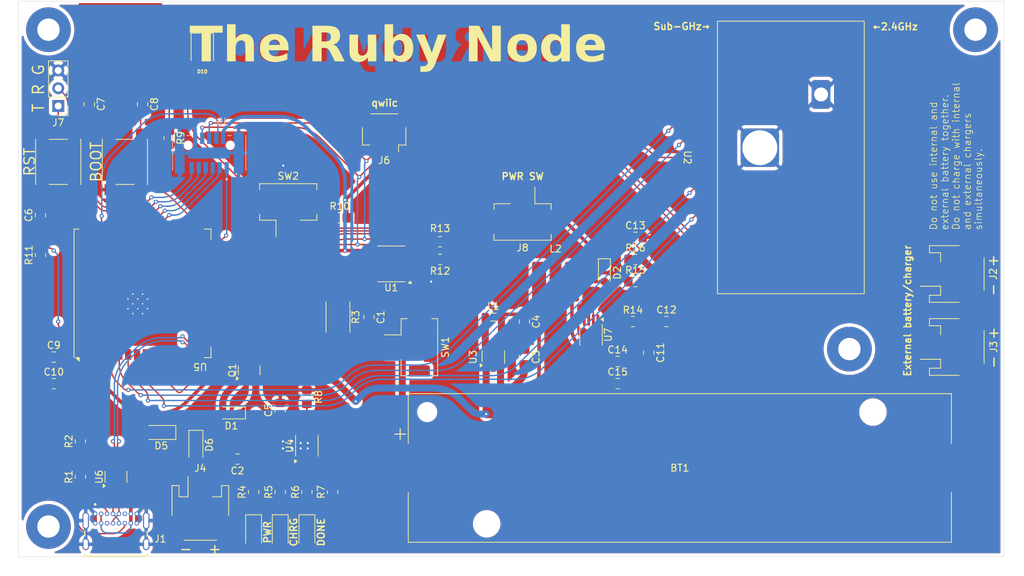
<source format=kicad_pcb>
(kicad_pcb (version 20241229) (generator "pcbnew") (generator_version "9.0")
  (layers (0 "F.Cu" signal) (2 "B.Cu" signal) (13 "F.Paste" user) (15 "B.Paste" user) (5 "F.SilkS" user "F.Silkscreen") (7 "B.SilkS" user "B.Silkscreen") (1 "F.Mask" user) (3 "B.Mask" user) (25 "Edge.Cuts" user))
  (net 0 "")
  (net 1 "Net-(BT1-+)")
  (net 2 "GND")
  (net 3 "Net-(Q1-D)")
  (net 4 "Net-(SW1-A)")
  (net 5 "VUSB")
  (net 6 "+BATT")
  (net 7 "+3V3")
  (net 8 "Net-(U5-EN)")
  (net 9 "Net-(U5-IO0)")
  (net 10 "IO45")
  (net 11 "Net-(U7-SS)")
  (net 12 "Net-(C12-Pad1)")
  (net 13 "+5V")
  (net 14 "Net-(D2-A)")
  (net 15 "Net-(D5-A)")
  (net 16 "Net-(D6-A)")
  (net 17 "Net-(D7-K)")
  (net 18 "Net-(D8-K)")
  (net 19 "Net-(D9-K)")
  (net 20 "Net-(D10-K)")
  (net 21 "Net-(D10-A)")
  (net 22 "Net-(J1-DN1)")
  (net 23 "Net-(J1-CC2)")
  (net 24 "Net-(J1-DP1)")
  (net 26 "Net-(J1-CC1)")
  (net 29 "I2S_MCLK")
  (net 30 "I2S_WS")
  (net 31 "IO2")
  (net 32 "I2S_MOSI")
  (net 33 "I2C_SCL")
  (net 34 "I2S_SCK")
  (net 35 "I2C_SDA")
  (net 36 "I2S_MISO")
  (net 37 "Net-(J7-Pin_1)")
  (net 38 "Net-(J7-Pin_2)")
  (net 39 "Net-(U3-LX)")
  (net 40 "Net-(U4-~{PG})")
  (net 41 "Net-(U4-STAT1)")
  (net 42 "Net-(U4-STAT2)")
  (net 43 "Net-(U4-PROG)")
  (net 44 "Net-(U4-THERM)")
  (net 45 "Net-(U5-IO13)")
  (net 46 "Net-(U7-COMP)")
  (net 47 "Net-(U7-FB)")
  (net 50 "LR_IRQ")
  (net 51 "SPI_MISO")
  (net 52 "SPI_MOSI")
  (net 53 "LR_CS")
  (net 54 "LR_RST")
  (net 55 "SPI_SCK")
  (net 56 "LR_BUSY")
  (net 60 "USB_D-")
  (net 64 "USB_D+")
  (footprint "Diode_SMD:D_SOD-123F" (layer "F.Cu") (at 101.6 143.51 180)
    (property "Reference" "D5")
    (property "Value" "SBR2U60S1F-7")
  )
  (footprint "LED_SMD:LED_1206_3216Metric_Pad1.42x1.75mm_HandSolder" (layer "F.Cu") (at 114.935 157.75 -90)
    (property "Reference" "D7" (hide yes))
    (property "Value" "LED")
  )
  (footprint "MountingHole:MountingHole_3.2mm_M3_Pad" (layer "F.Cu") (at 85.598 156.972)
    (property "Reference" "H4" (hide yes))
    (property "Value" "MountingHole_Pad")
  )
  (footprint "Battery:BatteryHolder_Keystone_1042_1x18650" (layer "F.Cu") (at 175.895 148.59)
    (property "Reference" "BT1")
    (property "Value" "LiPo Cell")
  )
  (footprint "MountingHole:MountingHole_3.2mm_M3_Pad" (layer "F.Cu") (at 200.152 131.572)
    (property "Reference" "H2" (hide yes))
    (property "Value" "MountingHole_Pad" (hide yes))
  )
  (footprint "Inductor_SMD:L_0805_2012Metric_Pad1.05x1.20mm_HandSolder" (layer "F.Cu") (at 149.225 127)
    (property "Reference" "L1")
    (property "Value" "1uH, 1.5A")
  )
  (footprint "Capacitor_SMD:C_0805_2012Metric_Pad1.18x1.45mm_HandSolder" (layer "F.Cu") (at 153.67 127.635 -90)
    (property "Reference" "C4")
    (property "Value" "22uF")
  )
  (footprint "MountingHole:MountingHole_3.2mm_M3_Pad" (layer "F.Cu") (at 85.598 85.852)
    (property "Reference" "H3" (hide yes))
    (property "Value" "MountingHole_Pad")
  )
  (footprint "Connector_JST:JST_PH_B2B-PH-SM4-TB_1x02-1MP_P2.00mm_Vertical" (layer "F.Cu") (at 136.898 131.302 -90)
    (property "Reference" "SW1")
    (property "Value" "SW_SPST")
  )
  (footprint "Capacitor_SMD:C_0805_2012Metric_Pad1.18x1.45mm_HandSolder" (layer "F.Cu") (at 118.745 140.335 90)
    (property "Reference" "C5")
    (property "Value" "1uF")
  )
  (footprint "LoRa1121F33:Inductor_2424" (layer "F.Cu") (at 158.115 121.92)
    (property "Reference" "L2")
    (property "Value" "10uH")
  )
  (footprint "Resistor_SMD:R_0805_2012Metric_Pad1.20x1.40mm_HandSolder" (layer "F.Cu") (at 114.935 152.035 90)
    (property "Reference" "R4")
    (property "Value" "330")
  )
  (footprint "LED_SMD:LED_1206_3216Metric_Pad1.42x1.75mm_HandSolder" (layer "F.Cu") (at 122.555 157.75 -90)
    (property "Reference" "D9" (hide yes))
    (property "Value" "LED")
  )
  (footprint "Resistor_SMD:R_0805_2012Metric_Pad1.20x1.40mm_HandSolder" (layer "F.Cu") (at 102.87 101.346 -90)
    (property "Reference" "R9")
    (property "Value" "200")
  )
  (footprint "Connector_JST:JST_PH_S2B-PH-SM4-TB_1x02-1MP_P2.00mm_Horizontal" (layer "F.Cu") (at 214.905 120.825 90)
    (property "Reference" "J2")
    (property "Value" "Conn_02x01")
  )
  (footprint "Package_TO_SOT_SMD:SOT-23" (layer "F.Cu") (at 114.3 134.62 90)
    (property "Reference" "Q1")
    (property "Value" "Si2307")
  )
  (footprint "Capacitor_SMD:C_0805_2012Metric_Pad1.18x1.45mm_HandSolder" (layer "F.Cu") (at 99.06 96.52 -90)
    (property "Reference" "C8")
    (property "Value" "0.1uF")
  )
  (footprint "MountingHole:MountingHole_3.2mm_M3_Pad" (layer "F.Cu") (at 218.186 85.852)
    (property "Reference" "H1" (hide yes))
    (property "Value" "MountingHole_Pad")
  )
  (footprint "Capacitor_SMD:C_0805_2012Metric_Pad1.18x1.45mm_HandSolder" (layer "F.Cu") (at 171.45 132.08 -90)
    (property "Reference" "C11")
    (property "Value" "27nF")
  )
  (footprint "Resistor_SMD:R_0805_2012Metric_Pad1.20x1.40mm_HandSolder" (layer "F.Cu") (at 127.254 112.776)
    (property "Reference" "R10")
    (property "Value" "10k")
  )
  (footprint "Capacitor_SMD:C_0805_2012Metric_Pad1.18x1.45mm_HandSolder" (layer "F.Cu") (at 173.99 127.635)
    (property "Reference" "C12")
    (property "Value" "4.7nF")
  )
  (footprint "Diode_SMD:D_SOD-323_HandSoldering" (layer "F.Cu") (at 111.76 140.716 180)
    (property "Reference" "D1")
    (property "Value" "BAT20J")
  )
  (footprint "Capacitor_SMD:C_0805_2012Metric_Pad1.18x1.45mm_HandSolder" (layer "F.Cu") (at 153.67 132.715 90)
    (property "Reference" "C3")
    (property "Value" "10uF")
  )
  (footprint "Resistor_SMD:R_0805_2012Metric_Pad1.20x1.40mm_HandSolder" (layer "F.Cu") (at 126.238 152.035 90)
    (property "Reference" "R7")
    (property "Value" "1k")
  )
  (footprint "LoRa1121F33:LoRa1121F33" (layer "F.Cu") (at 191.77 104.14 -90)
    (property "Reference" "U2")
    (property "Value" "LoRa1121F33-2G4")
  )
  (footprint "Diode_SMD:D_SOD-323_HandSoldering" (layer "F.Cu") (at 165.1 120.65 -90)
    (property "Reference" "D2")
    (property "Value" "BAT20J")
  )
  (footprint "Resistor_SMD:R_0805_2012Metric_Pad1.20x1.40mm_HandSolder" (layer "F.Cu") (at 90.17 149.86 90)
    (property "Reference" "R1")
    (property "Value" "5k1")
  )
  (footprint "Connector_JST:JST_SH_SM04B-SRSS-TB_1x04-1MP_P1.00mm_Horizontal" (layer "F.Cu") (at 133.604 100.584 180)
    (property "Reference" "J6")
    (property "Value" "Conn_01x04")
  )
  (footprint "Resistor_SMD:R_0805_2012Metric_Pad1.20x1.40mm_HandSolder" (layer "F.Cu") (at 169.18 127.635)
    (property "Reference" "R14")
    (property "Value" "1k")
  )
  (footprint "Resistor_SMD:R_0805_2012Metric_Pad1.20x1.40mm_HandSolder" (layer "F.Cu") (at 122.555 138.43 -90)
    (property "Reference" "R8")
    (property "Value" "10k")
  )
  (footprint "Package_SO:MSOP-8_3x3mm_P0.65mm" (layer "F.Cu") (at 163.195 129.54 -90)
    (property "Reference" "U7")
    (property "Value" "ISL97519A")
  )
  (footprint "Capacitor_SMD:C_0805_2012Metric_Pad1.18x1.45mm_HandSolder" (layer "F.Cu") (at 112.6275 147.32 180)
    (property "Reference" "C2")
    (property "Value" "1uF")
  )
  (footprint "Capacitor_SMD:C_0805_2012Metric_Pad1.18x1.45mm_HandSolder" (layer "F.Cu") (at 86.36 132.715)
    (property "Reference" "C9")
    (property "Value" "10uF")
  )
  (footprint "Connector_JST:JST_PH_S2B-PH-SM4-TB_1x02-1MP_P2.00mm_Horizontal" (layer "F.Cu") (at 107.315 154.432)
    (property "Reference" "J4")
    (property "Value" "Conn_01x02")
  )
  (footprint "Package_TO_SOT_SMD:SOT-23-5_HandSoldering" (layer "F.Cu") (at 149.225 132.715 90)
    (property "Reference" "U3")
    (property "Value" "SC189Z")
  )
  (footprint "Capacitor_SMD:C_0805_2012Metric_Pad1.18x1.45mm_HandSolder" (layer "F.Cu") (at 91.44 96.52 -90)
    (property "Reference" "C7")
    (property "Value" "1uF")
  )
  (footprint "Connector_JST:JST_PH_S2B-PH-SM4-TB_1x02-1MP_P2.00mm_Horizontal" (layer "F.Cu") (at 214.905 131.27 90)
    (property "Reference" "J3")
    (property "Value" "Conn_02x01")
  )
  (footprint "Resistor_SMD:R_0805_2012Metric_Pad1.20x1.40mm_HandSolder" (layer "F.Cu") (at 122.555 152.035 90)
    (property "Reference" "R6")
    (property "Value" "330")
  )
  (footprint "Capacitor_SMD:C_0805_2012Metric_Pad1.18x1.45mm_HandSolder" (layer "F.Cu") (at 167.005 133.35)
    (property "Reference" "C14")
    (property "Value" "0.1uF")
  )
  (footprint "Capacitor_SMD:C_0805_2012Metric_Pad1.18x1.45mm_HandSolder" (layer "F.Cu") (at 84.455 112.395 90)
    (property "Reference" "C6")
    (property "Value" "0.1uF")
  )
  (footprint "Resistor_SMD:R_0805_2012Metric_Pad1.20x1.40mm_HandSolder" (layer "F.Cu") (at 84.455 118.11 90)
    (property "Reference" "R11")
    (property "Value" "10k")
  )
  (footprint "Resistor_SMD:R_0805_2012Metric_Pad1.20x1.40mm_HandSolder" (layer "F.Cu") (at 169.545 121.92)
    (property "Reference" "R15")
    (property "Value" "1k")
  )
  (footprint "Connector_PinHeader_2.54mm:PinHeader_1x03_P2.54mm_Vertical" (layer "F.Cu") (at 86.995 96.774 180)
    (property "Reference" "J7")
    (property "Value" "Conn_01x03")
  )
  (footprint "LED_SMD:LED_PLCC_2835_Handsoldering" (layer "F.Cu") (at 107.5944 88.8492 -90)
    (property "Reference" "D10")
    (property "Value" "LED")
  )
  (footprint "Diode_SMD:D_SOD-123F" (layer "F.Cu") (at 106.68 145.415 -90)
    (property "Reference" "D6")
    (property "Value" "SBR2U60S1F-7")
  )
  (footprint "Resistor_SMD:R_2512_6332Metric_Pad1.40x3.35mm_HandSolder" (layer "F.Cu") (at 127 127 -90)
    (property "Reference" "R3")
    (property "Value" "0.1R")
  )
  (footprint "imports:GCT_USB4085-GF-A_REVB" (layer "F.Cu") (at 95.25 159.512)
    (property "Reference" "J1")
    (property "Value" "USB4085-GF-A_REVB")
  )
  (footprint "RF_Module:ESP32-S3-WROOM-1U" (layer "F.Cu") (at 99.05 123.595 90)
    (property "Reference" "U5")
    (property "Value" "ESP32-S3-WROOM-1")
  )
  (footprint "Connector_JST:JST_PH_B2B-PH-SM4-TB_1x02-1MP_P2.00mm_Vertical" (layer "F.Cu") (at 119.888 112.26)
    (property "Reference" "SW2")
    (property "Value" "SW_Push")
  )
  (footprint "Button_Switch_SMD:SW_SPST_PTS645" (layer "F.Cu") (at 96.52 104.775 90)
    (property "Reference" "SW4" (hide yes))
    (property "Value" "SW_Push")
  )
  (footprint "Resistor_SMD:R_0805_2012Metric_Pad1.20x1.40mm_HandSolder" (layer "F.Cu") (at 141.605 118.745 180)
    (property "Reference" "R12")
    (property "Value" "10k")
  )
  (footprint "LED_SMD:LED_1206_3216Metric_Pad1.42x1.75mm_HandSolder" (layer "F.Cu") (at 118.745 157.75 -90)
    (property "Reference" "D8" (hide yes))
    (property "Value" "LED")
  )
  (footprint "Package_TO_SOT_SMD:SOT-23-6" (layer "F.Cu") (at 95.25 149.86 90)
    (property "Reference" "U6")
    (property "Value" "USBLC6-2SC6")
  )
  (footprint "Resistor_SMD:R_0805_2012Metric_Pad1.20x1.40mm_HandSolder" (layer "F.Cu") (at 118.745 152.035 90)
    (property "Reference" "R5")
    (property "Value" "330")
  )
  (footprint "Capacitor_SMD:C_0805_2012Metric_Pad1.18x1.45mm_HandSolder" (layer "F.Cu") (at 169.545 115.57)
    (property "Reference" "C13")
    (property "Value" "22uF")
  )
  (footprint "Capacitor_SMD:C_0805_2012Metric_Pad1.18x1.45mm_HandSolder" (layer "F.Cu") (at 167.005 136.525)
    (property "Reference" "C15")
    (property "Value" "22uF")
  )
  (footprint "Package_SO:MSOP-10_3x3mm_P0.5mm" (layer "F.Cu") (at 122.555 145.415 90)
    (property "Reference" "U4")
    (property "Value" "MCP73833-AMI-UN")
  )
  (footprint "Capacitor_SMD:C_0805_2012Metric_Pad1.18x1.45mm_HandSolder" (layer "F.Cu") (at 131.445 127 -90)
    (property "Reference" "C1")
    (property "Value" "0.1uF")
  )
  (footprint "Resistor_SMD:R_0805_2012Metric_Pad1.20x1.40mm_HandSolder" (layer "F.Cu") (at 169.545 118.745)
    (property "Reference" "R16")
    (property "Value" "3k")
  )
  (footprint "Connector_JST:JST_PH_B2B-PH-SM4-TB_1x02-1MP_P2.00mm_Vertical" (layer "F.Cu") (at 153.4 111.625 180)
    (property "Reference" "J8")
    (property "Value" "Conn_02x01")
  )
  (footprint "Resistor_SMD:R_0805_2012Metric_Pad1.20x1.40mm_HandSolder" (layer "F.Cu") (at 90.17 144.78 90)
    (property "Reference" "R2")
    (property "Value" "5k1")
  )
  (footprint "Package_SO:SOIC-8_3.9x4.9mm_P1.27mm" (layer "F.Cu") (at 134.62 119.38 180)
    (property "Reference" "U1")
    (property "Value" "INA219AxD")
  )
  (footprint "Resistor_SMD:R_0805_2012Metric_Pad1.20x1.40mm_HandSolder" (layer "F.Cu") (at 141.605 116.205 180)
    (property "Reference" "R13")
    (property "Value" "10k")
  )
  (footprint "Capacitor_SMD:C_0805_2012Metric_Pad1.18x1.45mm_HandSolder" (layer "F.Cu") (at 86.36 136.525)
    (property "Reference" "C10")
    (property "Value" "0.1uF")
  )
  (footprint "Button_Switch_SMD:SW_SPST_PTS645" (layer "F.Cu") (at 86.995 104.775 90)
    (property "Reference" "SW3" (hide yes))
    (property "Value" "SW_Push")
  )
  (footprint "imports:AMPHENOL_91930-21111LF" (layer "B.Cu") (at 108.585 103.505 180)
    (property "Reference" "J5")
    (property "Value" "91930-21111LF")
  )
  (gr_rect (start 81.28 81.788) (end 222.25 161.29) (stroke (width 0.05)) (fill no) (layer "Edge.Cuts"))
  (gr_text "W.Gr" (at 90.1192 86.0044 0) (layer "F.Cu" knockout) (effects (font (size 3 3) (thickness 0.2) (bold yes)) (justify left bottom)))
  (gr_text "The Ruby Node" (at 135.4836 91.2368 0) (layer "B.Cu" knockout) (effects (font (size 5 5) (thickness 1) (bold yes)) (justify bottom mirror)))
  (gr_text "DONE" (at 125.1712 157.784799 90) (layer "F.SilkS") (effects (font (size 1 1) (thickness 0.2) (bold yes)) (justify bottom)))
  (gr_text "Do not use internal and \nexternal battery together.\nDo not charge with internal \nand external chargers \nsimultaneously." (at 219.202 114.6048 90) (layer "F.SilkS") (effects (font (size 1 1) (thickness 0.1)) (justify left bottom)))
  (gr_text "The Ruby Node" (at 135.636 91.2368 0) (layer "F.SilkS") (effects (font (size 5 5) (thickness 1) (bold yes)) (justify bottom)))
  (gr_text "Sub-GHz→" (at 172.0088 85.9536 0) (layer "F.SilkS") (effects (font (size 1 1) (thickness 0.2) (bold yes)) (justify left bottom)))
  (gr_text "-  +" (at 220.0148 121.0056 270) (layer "F.SilkS") (effects (font (size 1.5 1.5) (thickness 0.2) (bold yes)) (justify bottom mirror)))
  (gr_text "PWR" (at 117.5004 157.7848 90) (layer "F.SilkS") (effects (font (size 1 1) (thickness 0.2) (bold yes)) (justify bottom)))
  (gr_text "T R G" (at 85.09 97.79 90) (layer "F.SilkS") (effects (font (size 1.6 1.6) (thickness 0.2) (bold yes)) (justify left bottom)))
  (gr_text "PWR SW" (at 153.416 107.442 0) (layer "F.SilkS") (effects (font (size 1 1) (thickness 0.2) (bold yes)) (justify bottom)))
  (gr_text "-  +" (at 220.0656 131.3688 270) (layer "F.SilkS") (effects (font (size 1.5 1.5) (thickness 0.2) (bold yes)) (justify bottom mirror)))
  (gr_text "External battery/charger" (at 209.042 126.0856 90) (layer "F.SilkS") (effects (font (size 1 1) (thickness 0.2) (bold yes)) (justify bottom)))
  (gr_text "←2.4GHz" (at 203.3016 86.0044 0) (layer "F.SilkS") (effects (font (size 1 1) (thickness 0.2) (bold yes)) (justify left bottom)))
  (gr_text "qwiic" (at 131.6736 96.9264 0) (layer "F.SilkS") (effects (font (size 1 1) (thickness 0.2) (bold yes)) (justify left bottom)))
  (gr_text "CHRG" (at 121.2596 157.7848 90) (layer "F.SilkS") (effects (font (size 1 1) (thickness 0.2) (bold yes)) (justify bottom)))
  (gr_text "-  +" (at 107.315 159.512 180) (layer "F.SilkS") (effects (font (size 1.5 1.5) (thickness 0.2) (bold yes)) (justify bottom mirror)))
  (gr_text "RST" (at 83.765 104.775 90) (layer "F.SilkS") (effects (font (size 1.5 1.5) (thickness 0.2) (bold yes)) (justify bottom)))
  (gr_text "BOOT" (at 93.29 104.775 90) (layer "F.SilkS") (effects (font (size 1.5 1.5) (thickness 0.2) (bold yes)) (justify bottom)))
  (segment (start 206.178206 145.611792) (end 204.793792 146.996207) (width 1) (layer "F.Cu") (net 1))
  (segment (start 207.772 141.764036) (end 207.772 133.359863) (width 1) (layer "F.Cu") (net 1))
  (segment (start 200.946036 148.59) (end 136.205 148.59) (width 1) (layer "F.Cu") (net 1))
  (segment (start 207.772 130.800136) (end 207.772 123.834993) (width 1) (layer "F.Cu") (net 1))
  (segment (start 209.437227 120.508772) (end 208.9465 120.9995) (width 1) (layer "F.Cu") (net 1))
  (segment (start 210.8185 130.27) (end 212.055 130.27) (width 1) (layer "F.Cu") (net 1))
  (segment (start 207.772 133.359863) (end 207.772 130.800136) (width 1) (layer "F.Cu") (net 1))
  (segment (start 211.088 119.825) (end 212.055 119.825) (width 1) (layer "F.Cu") (net 1))
  (segment (start 136.205 132.631471) (end 136.205 148.59) (width 1) (layer "F.Cu") (net 1))
  (segment (start 136.3015 132.3985) (end 136.398 132.302) (width 1) (layer "F.Cu") (net 1))
  (segment (start 208.676999 131.174999) (end 208.707662 131.144337) (width 1) (layer "F.Cu") (net 1))
  (arc (start 207.772 130.800136) (mid 208.099261 131.289918) (end 208.676999 131.174999) (width 1) (layer "F.Cu") (net 1))
  (arc (start 136.3015 132.3985) (mid 136.230079 132.505388) (end 136.205 132.631471) (width 1) (layer "F.Cu") (net 1))
  (arc (start 208.676999 131.174999) (mid 208.007201 132.177423) (end 207.772 133.359863) (width 1) (layer "F.Cu") (net 1))
  (arc (start 207.772 141.764036) (mid 207.357786 143.846426) (end 206.178206 145.611792) (width 1) (layer "F.Cu") (net 1))
  (arc (start 204.793792 146.996207) (mid 203.028426 148.175786) (end 200.946036 148.59) (width 1) (layer "F.Cu") (net 1))
  (arc (start 208.9465 120.9995) (mid 208.077242 122.300435) (end 207.772 123.834993) (width 1) (layer "F.Cu") (net 1))
  (arc (start 210.8185 130.27) (mid 209.676122 130.497232) (end 208.707662 131.144337) (width 1) (layer "F.Cu") (net 1))
  (arc (start 211.088 119.825) (mid 210.194608 120.002706) (end 209.437227 120.508772) (width 1) (layer "F.Cu") (net 1))
  (segment (start 147.333656 132.596) (end 148.048801 132.596) (width 0.5) (layer "F.Cu") (net 2))
  (segment (start 149.225 133.675) (end 149.225 134.065) (width 0.5) (layer "F.Cu") (net 2))
  (segment (start 92.275 156.502) (end 92.275 155.152) (width 0.5) (layer "F.Cu") (net 2))
  (segment (start 123.555 147.5275) (end 123.555 146.161) (width 0.2) (layer "F.Cu") (net 2))
  (segment (start 95.25 150.66625) (end 95.25 150.9975) (width 0.2) (layer "F.Cu") (net 2))
  (segment (start 147.324 132.592) (end 147.32 132.588) (width 0.5) (layer "F.Cu") (net 2))
  (segment (start 94.439122 149.86) (end 92.71 149.86) (width 0.2) (layer "F.Cu") (net 2))
  (segment (start 98.225 156.502) (end 98.225 155.152) (width 0.5) (layer "F.Cu") (net 2))
  (segment (start 148.949228 133.009229) (end 148.880499 132.9405) (width 0.5) (layer "F.Cu") (net 2))
  (segment (start 95.015771 150.100772) (end 95.012499 150.0975) (width 0.2) (layer "F.Cu") (net 2))
  (via (at 122.682 145.796) (size 0.6) (drill 0.3) (layers "F.Cu" "B.Cu") (net 2))
  (via (at 119.1768 105.3084) (size 0.6) (drill 0.3) (layers "F.Cu" "B.Cu") (net 2))
  (via (at 121.666 145.796) (size 0.6) (drill 0.3) (layers "F.Cu" "B.Cu") (net 2))
  (via (at 120.396 144.78) (size 0.6) (drill 0.3) (layers "F.Cu" "B.Cu") (net 2))
  (via (at 140.335 121.92) (size 0.6) (drill 0.3) (layers "F.Cu" "B.Cu") (net 2))
  (via (at 119.126 145.796) (size 0.6) (drill 0.3) (layers "F.Cu" "B.Cu") (net 2))
  (via (at 122.682 145.034) (size 0.6) (drill 0.3) (layers "F.Cu" "B.Cu") (net 2))
  (via (at 120.396 145.796) (size 0.6) (drill 0.3) (layers "F.Cu" "B.Cu") (net 2))
  (via (at 121.666 145.034) (size 0.6) (drill 0.3) (layers "F.Cu" "B.Cu") (net 2))
  (via (at 119.126 144.78) (size 0.6) (drill 0.3) (layers "F.Cu" "B.Cu") (net 2))
  (arc (start 148.880499 132.9405) (mid 148.498912 132.685532) (end 148.048801 132.596) (width 0.5) (layer "F.Cu") (net 2))
  (arc (start 95.015771 150.100772) (mid 95.189125 150.360215) (end 95.25 150.66625) (width 0.2) (layer "F.Cu") (net 2))
  (arc (start 147.324 132.592) (mid 147.32843 132.59496) (end 147.333656 132.596) (width 0.5) (layer "F.Cu") (net 2))
  (arc (start 148.949228 133.009229) (mid 149.153329 133.314687) (end 149.225 133.675) (width 0.5) (layer "F.Cu") (net 2))
  (arc (start 95.012499 150.0975) (mid 94.749431 149.921724) (end 94.439122 149.86) (width 0.2) (layer "F.Cu") (net 2))
  (segment (start 130.356812 123.073187) (end 132.145 121.285) (width 0.25) (layer "F.Cu") (net 3))
  (segment (start 128.24 123.95) (end 127 123.95) (width 1) (layer "F.Cu") (net 3))
  (segment (start 131.428206 125.898206) (end 130.356812 124.826812) (width 1) (layer "F.Cu") (net 3))
  (segment (start 131.445 125.93875) (end 131.445 125.9625) (width 1) (layer "F.Cu") (net 3))
  (segment (start 122.98333 124.999169) (end 114.3 133.6825) (width 0.5) (layer "F.Cu") (net 3))
  (segment (start 125.51625 123.95) (end 127 123.95) (width 0.5) (layer "F.Cu") (net 3))
  (arc (start 131.428206 125.898206) (mid 131.440635 125.916807) (end 131.445 125.93875) (width 1) (layer "F.Cu") (net 3))
  (arc (start 130.356812 124.826812) (mid 129.38561 124.177876) (end 128.24 123.95) (width 1) (layer "F.Cu") (net 3))
  (arc (start 128.24 123.95) (mid 129.38561 123.722123) (end 130.356812 123.073187) (width 1) (layer "F.Cu") (net 3))
  (arc (start 130.356812 123.073187) (mid 129.993624 123.949999) (end 130.356812 124.826812) (width 0.25) (layer "F.Cu") (net 3))
  (arc (start 125.51625 123.95) (mid 124.145443 124.22267) (end 122.98333 124.999169) (width 0.5) (layer "F.Cu") (net 3))
  (segment (start 132.45125 130.05) (end 130.43875 130.05) (width 1) (layer "F.Cu") (net 4))
  (segment (start 132.741837 120.015) (end 132.145 120.015) (width 0.25) (layer "F.Cu") (net 4))
  (segment (start 131.445 129.04375) (end 131.445 128.0375) (width 1) (layer "F.Cu") (net 4))
  (segment (start 133.6548 125.619064) (end 133.6548 120.927962) (width 0.25) (layer "F.Cu") (net 4))
  (segment (start 135.967809 130.05) (end 132.45125 130.05) (width 1) (layer "F.Cu") (net 4))
  (segment (start 130.43875 130.05) (end 127 130.05) (width 1) (layer "F.Cu") (net 4))
  (segment (start 136.272 130.176) (end 135.0264 128.9304) (width 0.25) (layer "F.Cu") (net 4))
  (arc (start 136.272 130.176) (mid 136.132436 130.082746) (end 135.967809 130.05) (width 1) (layer "F.Cu") (net 4))
  (arc (start 133.6548 125.619064) (mid 134.011267 127.411146) (end 135.0264 128.9304) (width 0.25) (layer "F.Cu") (net 4))
  (arc (start 133.387399 120.2824) (mid 133.091212 120.084494) (end 132.741837 120.015) (width 0.25) (layer "F.Cu") (net 4))
  (arc (start 133.387399 120.2824) (mid 133.585304 120.578586) (end 133.6548 120.927962) (width 0.25) (layer "F.Cu") (net 4))
  (arc (start 131.445 129.04375) (mid 131.739723 129.755276) (end 132.45125 130.05) (width 1) (layer "F.Cu") (net 4))
  (arc (start 130.43875 130.05) (mid 131.150276 129.755276) (end 131.445 129.04375) (width 1) (layer "F.Cu") (net 4))
  (segment (start 107.398736 143.827263) (end 110.51 140.716) (width 1) (layer "F.Cu") (net 5))
  (segment (start 109.260664 144.015) (end 106.9455 144.015) (width 1) (layer "F.Cu") (net 5))
  (segment (start 111.329713 137.577786) (end 113.35 135.5575) (width 1) (layer "F.Cu") (net 5))
  (segment (start 110.51 140.716) (end 110.51 139.55675) (width 1) (layer "F.Cu") (net 5))
  (segment (start 114.019224 147.5275) (end 121.555 147.5275) (width 1) (layer "F.Cu") (net 5))
  (segment (start 113.665 146.9575) (end 113.665 147.173275) (width 1) (layer "F.Cu") (net 5))
  (segment (start 112.375 145.305) (end 113.408673 146.338673) (width 1) (layer "F.Cu") (net 5))
  (segment (start 105.817911 143.51) (end 103 143.51) (width 1) (layer "F.Cu") (net 5))
  (segment (start 114.3 158.6025) (end 114.935 159.2375) (width 0.2) (layer "F.Cu") (net 5))
  (segment (start 106.4275 143.7625) (end 106.492263 143.827263) (width 1) (layer "F.Cu") (net 5))
  (segment (start 113.665 157.069474) (end 113.665 147.466724) (width 0.2) (layer "F.Cu") (net 5))
  (segment (start 114.935 159.2375) (end 122.555 159.2375) (width 0.2) (layer "F.Cu") (net 5))
  (segment (start 113.665 147.466724) (end 113.665 147.173275) (width 0.2) (layer "F.Cu") (net 5))
  (arc (start 113.665 157.069474) (mid 113.830031 157.899141) (end 114.3 158.6025) (width 0.2) (layer "F.Cu") (net 5))
  (arc (start 113.76875 147.42375) (mid 113.702517 147.410575) (end 113.665 147.466724) (width 1) (layer "F.Cu") (net 5))
  (arc (start 113.408673 146.338673) (mid 113.598382 146.622593) (end 113.665 146.9575) (width 1) (layer "F.Cu") (net 5))
  (arc (start 112.375 145.305) (mid 110.94613 144.35026) (end 109.260664 144.015) (width 1) (layer "F.Cu") (net 5))
  (arc (start 106.4275 143.7625) (mid 106.147818 143.575622) (end 105.817911 143.51) (width 1) (layer "F.Cu") (net 5))
  (arc (start 106.492263 143.827263) (mid 106.700209 143.966208) (end 106.9455 144.015) (width 1) (layer "F.Cu") (net 5))
  (arc (start 107.398736 143.827263) (mid 107.190789 143.966208) (end 106.9455 144.015) (width 1) (layer "F.Cu") (net 5))
  (arc (start 113.665 147.173275) (mid 113.691963 147.308831) (end 113.76875 147.42375) (width 1) (layer "F.Cu") (net 5))
  (arc (start 111.329713 137.577786) (mid 110.723036 138.485742) (end 110.51 139.55675) (width 1) (layer "F.Cu") (net 5))
  (arc (start 106.9455 144.015) (mid 106.700209 143.966208) (end 106.492263 143.827263) (width 1) (layer "F.Cu") (net 5))
  (arc (start 113.76875 147.42375) (mid 113.883668 147.500536) (end 114.019224 147.5275) (width 1) (layer "F.Cu") (net 5))
  (segment (start 162.87 131.6525) (end 163.52 131.6525) (width 0.5) (layer "F.Cu") (net 6))
  (segment (start 153.67 134.6935) (end 153.67 133.985) (width 1) (layer "F.Cu") (net 6))
  (segment (start 153.384913 140.97) (end 157.131036 140.97) (width 1) (layer "F.Cu") (net 6))
  (segment (start 148.199 140.9215) (end 148.199 134.065) (width 1) (layer "F.Cu") (net 6))
  (segment (start 113.374105 140.620894) (end 114.2645 139.7305) (width 1) (layer "F.Cu") (net 6))
  (segment (start 151.276999 137.794999) (end 153.169014 135.902985) (width 1) (layer "F.Cu") (net 6))
  (segment (start 123.476036 135.255) (end 115.766399 135.255) (width 1) (layer "F.Cu") (net 6))
  (segment (start 113.1445 140.716) (end 113.01 140.716) (width 1) (layer "F.Cu") (net 6))
  (segment (start 115.25 135.771399) (end 115.25 137.351292) (width 1) (layer "F.Cu") (net 6))
  (segment (start 148.2475 140.9215) (end 148.199 140.873) (width 1) (layer "F.Cu") (net 6))
  (segment (start 165.9675 136.525) (end 165.9675 133.35) (width 1) (layer "F.Cu") (net 6))
  (segment (start 118.438292 141.933292) (end 116.2355 139.7305) (width 1) (layer "F.Cu") (net 6))
  (segment (start 163.35 137.005) (end 162.39 137.965) (width 0.5) (layer "F.Cu") (net 6))
  (segment (start 152.910451 139.824548) (end 154.171207 138.563792) (width 0.5) (layer "F.Cu") (net 6))
  (segment (start 149.225 139.847) (end 148.199 140.873) (width 1) (layer "F.Cu") (net 6))
  (segment (start 160.978792 139.376207) (end 162.39 137.965) (width 1) (layer "F.Cu") (net 6))
  (segment (start 127.323792 136.848792) (end 129.54 139.065) (width 1) (layer "F.Cu") (net 6))
  (segment (start 120.5588 143.3025) (end 121.679 143.3025) (width 1) (layer "F.Cu") (net 6))
  (segment (start 118.745 141.80625) (end 118.745 141.3725) (width 1) (layer "F.Cu") (net 6))
  (segment (start 164.508822 136.525) (end 165.9675 136.525) (width 0.5) (layer "F.Cu") (net 6))
  (segment (start 162.87 135.15125) (end 162.87 136.806177) (width 1) (layer "F.Cu") (net 6))
  (segment (start 155.765 134.716036) (end 155.765 121.92) (width 0.5) (layer "F.Cu") (net 6))
  (segment (start 153.384913 140.97) (end 150.145086 140.97) (width 1) (layer "F.Cu") (net 6))
  (segment (start 150.251 137.370016) (end 150.251 134.065) (width 1) (layer "F.Cu") (net 6))
  (segment (start 119.051707 142.546707) (end 119.27625 142.77125) (width 1) (layer "F.Cu") (net 6))
  (segment (start 162.87 135.15125) (end 162.87 131.6525) (width 0.5) (layer "F.Cu") (net 6))
  (segment (start 151.276999 137.794999) (end 149.225 139.847) (width 1) (layer "F.Cu") (net 6))
  (segment (start 119.051707 142.546707) (end 118.438292 141.933292) (width 1) (layer "F.Cu") (net 6))
  (segment (start 148.199 140.873) (end 148.199 140.9215) (width 1) (layer "F.Cu") (net 6))
  (segment (start 150.145086 140.97) (end 148.364589 140.97) (width 1) (layer "F.Cu") (net 6))
  (via (at 129.54 139.065) (size 0.6) (drill 0.3) (layers "F.Cu" "B.Cu") (net 6))
  (via (at 148.199 140.873) (size 0.6) (drill 0.3) (layers "F.Cu" "B.Cu") (net 6))
  (arc (start 118.438292 141.933292) (mid 118.634089 141.972238) (end 118.745 141.80625) (width 1) (layer "F.Cu") (net 6))
  (arc (start 118.745 141.80625) (mid 118.82471 142.206982) (end 119.051707 142.546707) (width 1) (layer "F.Cu") (net 6))
  (arc (start 150.145086 140.97) (mid 151.641691 140.672306) (end 152.910451 139.824548) (width 1) (layer "F.Cu") (net 6))
  (arc (start 115.766399 135.255) (mid 115.568781 135.294308) (end 115.40125 135.40625) (width 1) (layer "F.Cu") (net 6))
  (arc (start 113.374105 140.620894) (mid 113.268761 140.691282) (end 113.1445 140.716) (width 1) (layer "F.Cu") (net 6))
  (arc (start 152.910451 139.824548) (mid 152.764998 140.555786) (end 153.384913 140.97) (width 0.5) (layer "F.Cu") (net 6))
  (arc (start 162.39 137.965) (mid 162.745252 137.433327) (end 162.87 136.806177) (width 1) (layer "F.Cu") (net 6))
  (arc (start 116.2355 139.7305) (mid 115.25 139.322292) (end 114.2645 139.7305) (width 1) (layer "F.Cu") (net 6))
  (arc (start 150.251 137.370016) (mid 150.622017 137.925283) (end 151.276999 137.794999) (width 1) (layer "F.Cu") (net 6))
  (arc (start 148.2475 140.9215) (mid 148.30122 140.957395) (end 148.364589 140.97) (width 1) (layer "F.Cu") (net 6))
  (arc (start 119.27625 142.77125) (mid 119.864689 143.164432) (end 120.5588 143.3025) (width 1) (layer "F.Cu") (net 6))
  (arc (start 153.67 134.6935) (mid 153.539797 135.348068) (end 153.169014 135.902985) (width 1) (layer "F.Cu") (net 6))
  (arc (start 114.2645 139.7305) (mid 114.993876 138.63891) (end 115.25 137.351292) (width 1) (layer "F.Cu") (net 6))
  (arc (start 115.25 137.351292) (mid 115.506123 138.63891) (end 116.2355 139.7305) (width 1) (layer "F.Cu") (net 6))
  (arc (start 164.508822 136.525) (mid 163.881672 136.649747) (end 163.35 137.005) (width 0.5) (layer "F.Cu") (net 6))
  (arc (start 160.978792 139.376207) (mid 159.213426 140.555786) (end 157.131036 140.97) (width 1) (layer "F.Cu") (net 6))
  (arc (start 155.765 134.716036) (mid 155.350786 136.798426) (end 154.171207 138.563792) (width 0.5) (layer "F.Cu") (net 6))
  (arc (start 162.87 136.806177) (mid 163.043575 137.065951) (end 163.35 137.005) (width 1) (layer "F.Cu") (net 6))
  (arc (start 127.323792 136.848792) (mid 125.558426 135.669213) (end 123.476036 135.255) (width 1) (layer "F.Cu") (net 6))
  (arc (start 115.40125 135.40625) (mid 115.289308 135.573781) (end 115.25 135.771399) (width 1) (layer "F.Cu") (net 6))
  (arc (start 149.225 139.847) (mid 149.984351 138.71055) (end 150.251 137.370016) (width 1) (layer "F.Cu") (net 6))
  (segment (start 132.792038 137.16) (end 140.621036 137.16) (width 1) (layer "B.Cu") (net 6))
  (segment (start 146.018425 140.303425) (end 144.468792 138.753792) (width 1) (layer "B.Cu") (net 6))
  (segment (start 147.3935 140.873) (end 148.199 140.873) (width 1) (layer "B.Cu") (net 6))
  (segment (start 129.54 139.065) (end 130.4925 138.1125) (width 1) (layer "B.Cu") (net 6))
  (arc (start 132.792038 137.16) (mid 131.547537 137.407546) (end 130.4925 138.1125) (width 1) (layer "B.Cu") (net 6))
  (arc (start 146.018425 140.303425) (mid 146.649314 140.724972) (end 147.3935 140.873) (width 1) (layer "B.Cu") (net 6))
  (arc (start 144.468792 138.753792) (mid 142.703426 137.574213) (end 140.621036 137.16) (width 1) (layer "B.Cu") (net 6))
  (segment (start 91.91 131.8125) (end 91.91 132.345) (width 0.2) (layer "F.Cu") (net 7))
  (segment (start 128.016 110.236) (end 133.551042 104.700957) (width 0.5) (layer "F.Cu") (net 7))
  (segment (start 128.254 110.642291) (end 128.254 112.776) (width 0.5) (layer "F.Cu") (net 7))
  (segment (start 142.605 118.9875) (end 142.605 116.205) (width 0.5) (layer "F.Cu") (net 7))
  (segment (start 142.776473 119.401473) (end 146.152648 122.777648) (width 0.5) (layer "F.Cu") (net 7))
  (segment (start 101.505036 140.716) (end 99.789963 140.716) (width 0.5) (layer "F.Cu") (net 7))
  (segment (start 85.3225 132.715) (end 85.3225 131.64625) (width 0.2) (layer "F.Cu") (net 7))
  (segment (start 105.352792 139.122207) (end 126.640789 117.83421) (width 0.5) (layer "F.Cu") (net 7))
  (segment (start 85.3225 132.715) (end 85.3225 136.525) (width 0.25) (layer "F.Cu") (net 7))
  (segment (start 146.152648 122.777648) (end 148.443551 125.068551) (width 0.5) (layer "F.Cu") (net 7))
  (segment (start 128.016 110.236) (end 128.135 110.355) (width 0.5) (layer "F.Cu") (net 7))
  (segment (start 84.455 120.200987) (end 84.455 119.11) (width 0.2) (layer "F.Cu") (net 7))
  (segment (start 132.6332 117.475) (end 131.6568 117.475) (width 0.5) (layer "F.Cu") (net 7))
  (segment (start 134.104 103.366) (end 134.104 102.584) (width 0.5) (layer "F.Cu") (net 7))
  (segment (start 91.533465 130.903465) (end 91.3575 130.7275) (width 0.2) (layer "F.Cu") (net 7))
  (segment (start 145.678186 123.9231) (end 137.214379 123.9231) (width 0.5) (layer "F.Cu") (net 7))
  (segment (start 91.91 132.345) (end 91.91 133.7175) (width 0.5) (layer "F.Cu") (net 7))
  (segment (start 127.508 117.475) (end 128.016 117.475) (width 0.5) (layer "F.Cu") (net 7))
  (segment (start 89.163025 130.175) (end 90.023647 130.175) (width 0.2) (layer "F.Cu") (net 7))
  (segment (start 148.443551 125.068551) (end 150.17375 126.79875) (width 0.5) (layer "F.Cu") (net 7))
  (segment (start 133.466609 117.820209) (end 133.7183 118.0719) (width 0.5) (layer "F.Cu") (net 7))
  (segment (start 95.942207 139.122207) (end 92.880504 136.060504) (width 0.5) (layer "F.Cu") (net 7))
  (segment (start 150.375 131.023578) (end 150.375 127.28461) (width 1) (layer "F.Cu") (net 7))
  (segment (start 134.3152 121.02392) (end 134.3152 119.512944) (width 0.5) (layer "F.Cu") (net 7))
  (segment (start 150.275 131.265) (end 150.175 131.365) (width 1) (layer "F.Cu") (net 7))
  (segment (start 86.0425 127.9525) (end 86.36 128.27) (width 0.2) (layer "F.Cu") (net 7))
  (segment (start 151.06211 126.5975) (end 153.67 126.5975) (width 0.5) (layer "F.Cu") (net 7))
  (segment (start 86.07822 129.821779) (end 86.36 129.54) (width 0.2) (layer "F.Cu") (net 7))
  (segment (start 85.09 121.734012) (end 85.09 125.652961) (width 0.2) (layer "F.Cu") (net 7))
  (segment (start 86.36 128.27) (end 87.63 129.54) (width 0.2) (layer "F.Cu") (net 7))
  (segment (start 131.6568 117.475) (end 128.016 117.475) (width 0.5) (layer "F.Cu") (net 7))
  (segment (start 142.605 118.9875) (end 142.605 118.745) (width 0.5) (layer "F.Cu") (net 7))
  (via (at 128.016 110.236) (size 0.6) (drill 0.3) (layers "F.Cu" "B.Cu") (net 7))
  (via (at 128.016 117.475) (size 0.6) (drill 0.3) (layers "F.Cu" "B.Cu") (net 7))
  (arc (start 105.352792 139.122207) (mid 103.587426 140.301786) (end 101.505036 140.716) (width 0.5) (layer "F.Cu") (net 7))
  (arc (start 134.3152 121.02392) (mid 134.535886 122.133388) (end 135.16435 123.07395) (width 0.5) (layer "F.Cu") (net 7))
  (arc (start 127.508 117.475) (mid 127.038669 117.568355) (end 126.640789 117.83421) (width 0.5) (layer "F.Cu") (net 7))
  (arc (start 86.36 129.54) (mid 86.623025 128.905) (end 86.36 128.27) (width 0.2) (layer "F.Cu") (net 7))
  (arc (start 87.63 129.54) (mid 86.995 129.276974) (end 86.36 129.54) (width 0.2) (layer "F.Cu") (net 7))
  (arc (start 135.16435 123.07395) (mid 136.104911 123.702413) (end 137.214379 123.9231) (width 0.5) (layer "F.Cu") (net 7))
  (arc (start 133.466609 117.820209) (mid 133.084237 117.564716) (end 132.6332 117.475) (width 0.5) (layer "F.Cu") (net 7))
  (arc (start 86.07822 129.821779) (mid 85.518905 130.658853) (end 85.3225 131.64625) (width 0.2) (layer "F.Cu") (net 7))
  (arc (start 150.57625 126.79875) (mid 150.427303 127.021664) (end 150.375 127.28461) (width 0.5) (layer "F.Cu") (net 7))
  (arc (start 95.942207 139.122207) (mid 97.707572 140.301786) (end 99.789963 140.716) (width 0.5) (layer "F.Cu") (net 7))
  (arc (start 142.605 118.9875) (mid 142.649564 119.21154) (end 142.776473 119.401473) (width 0.5) (layer "F.Cu") (net 7))
  (arc (start 145.678186 123.9231) (mid 146.2981 123.508886) (end 146.152648 122.777648) (width 0.5) (layer "F.Cu") (net 7))
  (arc (start 87.63 129.54) (mid 88.333357 130.009968) (end 89.163025 130.175) (width 0.2) (layer "F.Cu") (net 7))
  (arc (start 148.443551 125.068551) (mid 147.174791 124.220793) (end 145.678186 123.9231) (width 0.5) (layer "F.Cu") (net 7))
  (arc (start 150.375 127.28461) (mid 150.322696 127.021664) (end 150.17375 126.79875) (width 1) (layer "F.Cu") (net 7))
  (arc (start 91.3575 130.7275) (mid 90.745523 130.31859) (end 90.023647 130.175) (width 0.2) (layer "F.Cu") (net 7))
  (arc (start 128.135 110.355) (mid 128.223072 110.48681) (end 128.254 110.642291) (width 0.5) (layer "F.Cu") (net 7))
  (arc (start 84.455 120.200987) (mid 84.537515 120.61582) (end 84.7725 120.9675) (width 0.2) (layer "F.Cu") (net 7))
  (arc (start 85.09 125.652961) (mid 85.337546 126.897462) (end 86.0425 127.9525) (width 0.2) (layer "F.Cu") (net 7))
  (arc (start 91.533465 130.903465) (mid 91.812141 131.320533) (end 91.91 131.8125) (width 0.2) (layer "F.Cu") (net 7))
  (arc (start 142.776473 119.401473) (mid 142.649564 119.21154) (end 142.605 118.9875) (width 0.5) (layer "F.Cu") (net 7))
  (arc (start 84.7725 120.9675) (mid 85.007484 121.319178) (end 85.09 121.734012) (width 0.2) (layer "F.Cu") (net 7))
  (arc (start 150.375 131.023578) (mid 150.34901 131.154234) (end 150.275 131.265) (width 1) (layer "F.Cu") (net 7))
  (arc (start 134.104 103.366) (mid 133.96029 104.088473) (end 133.551042 104.700957) (width 0.5) (layer "F.Cu") (net 7))
  (arc (start 133.7183 118.0719) (mid 134.16007 118.733056) (end 134.3152 119.512944) (width 0.5) (layer "F.Cu") (net 7))
  (arc (start 91.91 133.7175) (mid 92.162225 134.985524) (end 92.880504 136.060504) (width 0.5) (layer "F.Cu") (net 7))
  (arc (start 151.06211 126.5975) (mid 150.799164 126.649803) (end 150.57625 126.79875) (width 0.5) (layer "F.Cu") (net 7))
  (arc (start 150.17375 126.79875) (mid 150.375 126.88211) (end 150.57625 126.79875) (width 0.5) (layer "F.Cu") (net 7))
  (segment (start 128.016 110.236) (end 128.016 107.663963) (width 0.5) (layer "B.Cu") (net 7))
  (segment (start 110.995121 99.824878) (end 111.5535 99.2665) (width 0.5) (layer "B.Cu") (net 7))
  (segment (start 122.497792 99.891792) (end 126.422207 103.816207) (width 0.5) (layer "B.Cu") (net 7))
  (segment (start 128.016 117.475) (end 128.016 110.236) (width 0.5) (layer "B.Cu") (net 7))
  (segment (start 118.650036 98.298) (end 113.891665 98.298) (width 0.5) (layer "B.Cu") (net 7))
  (segment (start 110.585 100.815) (end 110.585 101.395) (width 0.5) (layer "B.Cu") (net 7))
  (arc (start 110.995121 99.824878) (mid 110.691586 100.279149) (end 110.585 100.815) (width 0.5) (layer "B.Cu") (net 7))
  (arc (start 113.891665 98.298) (mid 112.626259 98.549704) (end 111.5535 99.2665) (width 0.5) (layer "B.Cu") (net 7))
  (arc (start 122.497792 99.891792) (mid 120.732426 98.712213) (end 118.650036 98.298) (width 0.5) (layer "B.Cu") (net 7))
  (arc (start 126.422207 103.816207) (mid 127.601786 105.581572) (end 128.016 107.663963) (width 0.5) (layer "B.Cu") (net 7))
  (segment (start 84.455 113.545) (end 89.245 108.755) (width 0.2) (layer "F.Cu") (net 8))
  (segment (start 86.995 127.9525) (end 86.995 127.635) (width 0.2) (layer "F.Cu") (net 8))
  (segment (start 89.613579 99.38392) (end 91.44 97.5575) (width 0.2) (layer "F.Cu") (net 8))
  (segment (start 84.455 117.11) (end 85.736906 117.11) (width 0.2) (layer "F.Cu") (net 8))
  (segment (start 89.163025 129.54) (end 90.013316 129.54) (width 0.2) (layer "F.Cu") (net 8))
  (segment (start 92.844124 131.059124) (end 92.2525 130.4675) (width 0.2) (layer "F.Cu") (net 8))
  (segment (start 86.36 117.475) (end 86.1775 117.2925) (width 0.2) (layer "F.Cu") (net 8))
  (segment (start 84.455 113.545) (end 84.455 117.11) (width 0.2) (layer "F.Cu") (net 8))
  (segment (start 93.18 131.87) (end 93.18 132.345) (width 0.2) (layer "F.Cu") (net 8))
  (segment (start 87.63 128.905) (end 87.219506 128.494506) (width 0.2) (layer "F.Cu") (net 8))
  (segment (start 89.245 100.27375) (end 89.245 100.795) (width 0.2) (layer "F.Cu") (net 8))
  (via (at 86.36 117.475) (size 0.6) (drill 0.3) (layers "F.Cu" "B.Cu") (net 8))
  (via (at 86.995 127.635) (size 0.6) (drill 0.3) (layers "F.Cu" "B.Cu") (net 8))
  (arc (start 87.63 128.905) (mid 88.333357 129.374968) (end 89.163025 129.54) (width 0.2) (layer "F.Cu") (net 8))
  (arc (start 86.995 127.9525) (mid 87.053347 128.245831) (end 87.219506 128.494506) (width 0.2) (layer "F.Cu") (net 8))
  (arc (start 92.2525 130.4675) (mid 91.225153 129.781049) (end 90.013316 129.54) (width 0.2) (layer "F.Cu") (net 8))
  (arc (start 86.1775 117.2925) (mid 85.975353 117.15743) (end 85.736906 117.11) (width 0.2) (layer "F.Cu") (net 8))
  (arc (start 92.844124 131.059124) (mid 93.092708 131.431157) (end 93.18 131.87) (width 0.2) (layer "F.Cu") (net 8))
  (arc (start 89.613579 99.38392) (mid 89.34079 99.792177) (end 89.245 100.27375) (width 0.2) (layer "F.Cu") (net 8))
  (segment (start 86.36 117.475) (end 86.6775 117.7925) (width 0.2) (layer "B.Cu") (net 8))
  (segment (start 86.995 127.635) (end 86.995 118.559012) (width 0.2) (layer "B.Cu") (net 8))
  (arc (start 86.6775 117.7925) (mid 86.912484 118.144178) (end 86.995 118.559012) (width 0.2) (layer "B.Cu") (net 8))
  (segment (start 106.814124 113.559124) (end 103.155512 109.900512) (width 0.2) (layer "F.Cu") (net 9))
  (segment (start 98.77 98.05256) (end 98.77 100.795) (width 0.2) (layer "F.Cu") (net 9))
  (segment (start 107.15 114.37) (end 107.15 114.845) (width 0.2) (layer "F.Cu") (net 9))
  (segment (start 100.39 108.755) (end 98.77 108.755) (width 0.2) (layer "F.Cu") (net 9))
  (segment (start 98.915 97.7025) (end 99.06 97.5575) (width 0.2) (layer "F.Cu") (net 9))
  (arc (start 103.155512 109.900512) (mid 101.886684 109.052708) (end 100.39 108.755) (width 0.2) (layer "F.Cu") (net 9))
  (arc (start 98.915 97.7025) (mid 98.807684 97.863109) (end 98.77 98.05256) (width 0.2) (layer "F.Cu") (net 9))
  (arc (start 106.814124 113.559124) (mid 107.062708 113.931157) (end 107.15 114.37) (width 0.2) (layer "F.Cu") (net 9))
  (segment (start 109.052 116.61) (end 108.4 116.61) (width 0.2) (layer "F.Cu") (net 10))
  (segment (start 110.998 115.316) (end 110.165033 116.148966) (width 0.2) (layer "F.Cu") (net 10))
  (via (at 110.998 115.316) (size 0.6) (drill 0.3) (layers "F.Cu" "B.Cu") (net 10))
  (arc (start 110.165033 116.148966) (mid 109.654369 116.490181) (end 109.052 116.61) (width 0.2) (layer "F.Cu") (net 10))
  (segment (start 110.998 115.316) (end 111.0415 115.2725) (width 0.2) (layer "B.Cu") (net 10))
  (segment (start 111.085 115.167481) (end 111.085 105.615) (width 0.2) (layer "B.Cu") (net 10))
  (arc (start 111.085 115.167481) (mid 111.073694 115.224317) (end 111.0415 115.2725) (width 0.2) (layer "B.Cu") (net 10))
  (segment (start 165.211335 131.0425) (end 171.45 131.0425) (width 0.2) (layer "F.Cu") (net 11))
  (segment (start 164.475 131.3475) (end 164.17 131.6525) (width 0.2) (layer "F.Cu") (net 11))
  (arc (start 165.211335 131.0425) (mid 164.812833 131.121766) (end 164.475 131.3475) (width 0.2) (layer "F.Cu") (net 11))
  (segment (start 170.18 127.635) (end 172.9525 127.635) (width 0.2) (layer "F.Cu") (net 12))
  (segment (start 168.5075 115.57) (end 170.142833 117.205333) (width 0.2) (layer "F.Cu") (net 13))
  (segment (start 202.27 121.482) (end 202.27 119.86) (width 1) (layer "F.Cu") (net 13))
  (segment (start 164.914956 118.691664) (end 157.757419 111.534127) (width 0.5) (layer "F.Cu") (net 13))
  (segment (start 156.769699 111.125) (end 154.4 111.125) (width 0.5) (layer "F.Cu") (net 13))
  (segment (start 170.545 118.737) (end 170.545 118.17625) (width 0.2) (layer "F.Cu") (net 13))
  (segment (start 168.5075 115.57) (end 165.249376 118.828123) (width 0.2) (layer "F.Cu") (net 13))
  (segment (start 200.956999 124.416999) (end 201.123072 124.250927) (width 1) (layer "F.Cu") (net 13))
  (segment (start 175.952207 124.136207) (end 170.566656 118.750656) (width 1) (layer "F.Cu") (net 13))
  (segment (start 165.1 119.18875) (end 165.1 119.138354) (width 0.5) (layer "F.Cu") (net 13))
  (segment (start 179.799963 125.73) (end 197.787137 125.73) (width 1) (layer "F.Cu") (net 13))
  (arc (start 170.142833 117.205333) (mid 170.44048 117.650793) (end 170.545 118.17625) (width 0.2) (layer "F.Cu") (net 13))
  (arc (start 165.249376 118.828123) (mid 165.138821 118.99358) (end 165.1 119.18875) (width 0.2) (layer "F.Cu") (net 13))
  (arc (start 164.914956 118.691664) (mid 165.051901 118.896608) (end 165.1 119.138354) (width 0.5) (layer "F.Cu") (net 13))
  (arc (start 200.956999 124.416999) (mid 199.502654 125.388762) (end 197.787137 125.73) (width 1) (layer "F.Cu") (net 13))
  (arc (start 157.757419 111.534127) (mid 157.304249 111.231329) (end 156.769699 111.125) (width 0.5) (layer "F.Cu") (net 13))
  (arc (start 170.545 118.737) (mid 170.547343 118.742656) (end 170.553 118.745) (width 0.2) (layer "F.Cu") (net 13))
  (arc (start 170.566656 118.750656) (mid 170.56039 118.746469) (end 170.553 118.745) (width 1) (layer "F.Cu") (net 13))
  (arc (start 202.27 121.482) (mid 201.971923 122.980532) (end 201.123072 124.250927) (width 1) (layer "F.Cu") (net 13))
  (arc (start 175.952207 124.136207) (mid 177.717572 125.315786) (end 179.799963 125.73) (width 1) (layer "F.Cu") (net 13))
  (segment (start 160.499142 121.9) (end 165.1 121.9) (width 0.5) (layer "F.Cu") (net 14))
  (segment (start 160.465 128.74359) (end 160.465 121.934142) (width 0.5) (layer "F.Cu") (net 14))
  (segment (start 161.317 130.8005) (end 162.169 131.6525) (width 0.5) (layer "F.Cu") (net 14))
  (arc (start 160.465 128.74359) (mid 160.686427 129.856781) (end 161.317 130.8005) (width 0.5) (layer "F.Cu") (net 14))
  (arc (start 160.499142 121.9) (mid 160.486076 121.902598) (end 160.475 121.91) (width 0.5) (layer "F.Cu") (net 14))
  (arc (start 160.475 121.91) (mid 160.467598 121.921076) (end 160.465 121.934142) (width 0.5) (layer "F.Cu") (net 14))
  (segment (start 97.375 153.145) (end 97.375 155.152) (width 0.5) (layer "F.Cu") (net 15))
  (segment (start 97.452781 152.737218) (end 98.7875 151.4025) (width 0.5) (layer "F.Cu") (net 15))
  (segment (start 93.125 156.502) (end 93.125 155.152) (width 0.2) (layer "F.Cu") (net 15))
  (segment (start 96.963161 150.420839) (end 96.734222 150.1919) (width 0.25) (layer "F.Cu") (net 15))
  (segment (start 97.375 155.152) (end 97.375 156.502) (width 0.5) (layer "F.Cu") (net 15))
  (segment (start 97.375 152.925) (end 97.375 151.415106) (width 0.25) (layer "F.Cu") (net 15))
  (segment (start 95.25 148.97375) (end 95.25 148.7225) (width 0.25) (layer "F.Cu") (net 15))
  (segment (start 97.375 152.925) (end 97.375 153.145) (width 0.5) (layer "F.Cu") (net 15))
  (segment (start 100.2 147.992423) (end 100.2 143.51) (width 0.5) (layer "F.Cu") (net 15))
  (segment (start 95.42766 149.40266) (end 95.851099 149.826099) (width 0.25) (layer "F.Cu") (net 15))
  (arc (start 95.851099 149.826099) (mid 96.053689 149.961465) (end 96.292661 150.009) (width 0.25) (layer "F.Cu") (net 15))
  (arc (start 95.25 148.97375) (mid 95.296172 149.205874) (end 95.42766 149.40266) (width 0.25) (layer "F.Cu") (net 15))
  (arc (start 96.963161 150.420839) (mid 97.267966 150.877012) (end 97.375 151.415106) (width 0.25) (layer "F.Cu") (net 15))
  (arc (start 100.2 147.992423) (mid 99.832903 149.837943) (end 98.7875 151.4025) (width 0.5) (layer "F.Cu") (net 15))
  (arc (start 97.452781 152.737218) (mid 97.395214 152.823373) (end 97.375 152.925) (width 0.5) (layer "F.Cu") (net 15))
  (arc (start 96.734222 150.1919) (mid 96.531632 150.056534) (end 96.292661 150.009) (width 0.25) (layer "F.Cu") (net 15))
  (segment (start 97.375 157.03387) (end 97.375 156.502) (width 0.2) (layer "B.Cu") (net 15))
  (segment (start 96.52247 157.8864) (end 93.977529 157.8864) (width 0.2) (layer "B.Cu") (net 15))
  (segment (start 93.125 157.03387) (end 93.125 156.502) (width 0.2) (layer "B.Cu") (net 15))
  (arc (start 97.1253 157.6367) (mid 96.848719 157.821505) (end 96.52247 157.8864) (width 0.2) (layer "B.Cu") (net 15))
  (arc (start 97.375 157.03387) (mid 97.310105 157.360119) (end 97.1253 157.6367) (width 0.2) (layer "B.Cu") (net 15))
  (arc (start 93.125 157.03387) (mid 93.189894 157.360119) (end 93.3747 157.6367) (width 0.2) (layer "B.Cu") (net 15))
  (arc (start 93.3747 157.6367) (mid 93.65128 157.821505) (end 93.977529 157.8864) (width 0.2) (layer "B.Cu") (net 15))
  (segment (start 108.315 149.606119) (end 108.315 151.582) (width 1) (layer "F.Cu") (net 16))
  (segment (start 107.4975 147.6325) (end 106.68 146.815) (width 1) (layer "F.Cu") (net 16))
  (arc (start 107.4975 147.6325) (mid 108.102538 148.538004) (end 108.315 149.606119) (width 1) (layer "F.Cu") (net 16))
  (segment (start 114.935 153.035) (end 114.935 156.2625) (width 0.2) (layer "F.Cu") (net 17))
  (segment (start 118.745 153.035) (end 118.745 156.2625) (width 0.2) (layer "F.Cu") (net 18))
  (segment (start 122.555 153.035) (end 122.555 156.2625) (width 0.2) (layer "F.Cu") (net 19))
  (segment (start 103.902999 88.832199) (end 103.996113 88.739086) (width 0.2) (layer "F.Cu") (net 20))
  (segment (start 106.2652 87.7992) (end 107.5944 87.7992) (width 0.2) (layer "F.Cu") (net 20))
  (segment (start 102.87 91.326082) (end 102.87 100.346) (width 0.2) (layer "F.Cu") (net 20))
  (arc (start 103.902999 88.832199) (mid 103.138467 89.976402) (end 102.87 91.326082) (width 0.2) (layer "F.Cu") (net 20))
  (arc (start 106.2652 87.7992) (mid 105.037179 88.043468) (end 103.996113 88.739086) (width 0.2) (layer "F.Cu") (net 20))
  (segment (start 105.5116 97.568036) (end 105.5116 92.627239) (width 0.2) (layer "F.Cu") (net 21))
  (segment (start 107.2129 90.3742) (end 107.5944 90.3742) (width 0.2) (layer "F.Cu") (net 21))
  (segment (start 106.561638 90.643961) (end 106.1715 91.0341) (width 0.2) (layer "F.Cu") (net 21))
  (segment (start 114.046 110.610363) (end 114.046 119.047398) (width 0.2) (layer "F.Cu") (net 21))
  (segment (start 111.403398 121.69) (end 108.4 121.69) (width 0.2) (layer "F.Cu") (net 21))
  (segment (start 107.105392 101.415792) (end 112.452207 106.762607) (width 0.2) (layer "F.Cu") (net 21))
  (arc (start 112.452207 106.762607) (mid 113.631786 108.527972) (end 114.046 110.610363) (width 0.2) (layer "F.Cu") (net 21))
  (arc (start 114.046 119.047398) (mid 113.844843 120.058678) (end 113.272 120.916) (width 0.2) (layer "F.Cu") (net 21))
  (arc (start 107.2129 90.3742) (mid 106.860439 90.444308) (end 106.561638 90.643961) (width 0.2) (layer "F.Cu") (net 21))
  (arc (start 106.1715 91.0341) (mid 105.683102 91.765038) (end 105.5116 92.627239) (width 0.2) (layer "F.Cu") (net 21))
  (arc (start 105.5116 97.568036) (mid 105.925813 99.650426) (end 107.105392 101.415792) (width 0.2) (layer "F.Cu") (net 21))
  (arc (start 113.272 120.916) (mid 112.414678 121.488843) (end 111.403398 121.69) (width 0.2) (layer "F.Cu") (net 21))
  (segment (start 94.825 156.269649) (end 94.825 156.502) (width 0.2) (layer "F.Cu") (net 22))
  (segment (start 95.937499 151.922498) (end 95.965771 151.894227) (width 0.2) (layer "F.Cu") (net 22))
  (segment (start 96.2 151.328749) (end 96.2 150.9975) (width 0.2) (layer "F.Cu") (net 22))
  (segment (start 94.989296 155.873) (end 95.66252 155.199777) (width 0.2) (layer "F.Cu") (net 22))
  (segment (start 95.675 152.55623) (end 95.675 155.134351) (width 0.2) (layer "F.Cu") (net 22))
  (segment (start 95.675 155.134351) (end 95.675 155.169649) (width 0.2) (layer "F.Cu") (net 22))
  (arc (start 96.2 151.328749) (mid 96.139125 151.634783) (end 95.965771 151.894227) (width 0.2) (layer "F.Cu") (net 22))
  (arc (start 94.989296 155.873) (mid 94.867699 156.054984) (end 94.825 156.269649) (width 0.2) (layer "F.Cu") (net 22))
  (arc (start 95.937499 151.922498) (mid 95.743221 152.213257) (end 95.675 152.55623) (width 0.2) (layer "F.Cu") (net 22))
  (arc (start 95.675 155.169649) (mid 95.671756 155.185954) (end 95.66252 155.199777) (width 0.2) (layer "F.Cu") (net 22))
  (segment (start 89.662 154.060025) (end 89.662 155.819974) (width 0.2) (layer "F.Cu") (net 23))
  (segment (start 88.392 150.993974) (end 88.392 147.541734) (width 0.2) (layer "F.Cu") (net 23))
  (segment (start 89.160249 146.04375) (end 88.908 146.296) (width 0.2) (layer "F.Cu") (net 23))
  (segment (start 96.525 156.731809) (end 96.525 156.502) (width 0.2) (layer "F.Cu") (net 23))
  (segment (start 96.011809 157.474809) (end 96.3625 157.124118) (width 0.2) (layer "F.Cu") (net 23))
  (segment (start 94.772858 157.988) (end 91.830025 157.988) (width 0.2) (layer "F.Cu") (net 23))
  (segment (start 89.797 145.78) (end 90.17 145.78) (width 0.2) (layer "F.Cu") (net 23))
  (arc (start 89.027 152.527) (mid 89.496968 153.230357) (end 89.662 154.060025) (width 0.2) (layer "F.Cu") (net 23))
  (arc (start 96.011809 157.474809) (mid 95.443373 157.854625) (end 94.772858 157.988) (width 0.2) (layer "F.Cu") (net 23))
  (arc (start 89.662 155.819974) (mid 89.827031 156.649641) (end 90.297 157.353) (width 0.2) (layer "F.Cu") (net 23))
  (arc (start 88.392 150.993974) (mid 88.557031 151.823641) (end 89.027 152.527) (width 0.2) (layer "F.Cu") (net 23))
  (arc (start 96.525 156.731809) (mid 96.482767 156.944125) (end 96.3625 157.124118) (width 0.2) (layer "F.Cu") (net 23))
  (arc (start 90.297 157.353) (mid 91.000357 157.822968) (end 91.830025 157.988) (width 0.2) (layer "F.Cu") (net 23))
  (arc (start 88.908 146.296) (mid 88.526104 146.867547) (end 88.392 147.541734) (width 0.2) (layer "F.Cu") (net 23))
  (arc (start 89.797 145.78) (mid 89.452392 145.848546) (end 89.160249 146.04375) (width 0.2) (layer "F.Cu") (net 23))
  (segment (start 94.5625 151.922499) (end 94.534228 151.894227) (width 0.2) (layer "F.Cu") (net 24))
  (segment (start 94.825 152.55623) (end 94.825 155.152) (width 0.2) (layer "F.Cu") (net 24))
  (segment (start 94.3 151.328749) (end 94.3 150.9975) (width 0.2) (layer "F.Cu") (net 24))
  (arc (start 94.3 151.328749) (mid 94.360873 151.634783) (end 94.534228 151.894227) (width 0.2) (layer "F.Cu") (net 24))
  (arc (start 94.5625 151.922499) (mid 94.756778 152.213257) (end 94.825 152.55623) (width 0.2) (layer "F.Cu") (net 24))
  (segment (start 95.675 156.269649) (end 95.675 156.502) (width 0.2) (layer "B.Cu") (net 24))
  (segment (start 95.510703 155.873001) (end 94.837479 155.199777) (width 0.2) (layer "B.Cu") (net 24))
  (segment (start 94.825 155.169649) (end 94.825 155.152) (width 0.2) (layer "B.Cu") (net 24))
  (arc (start 95.510703 155.873001) (mid 95.6323 156.054984) (end 95.675 156.269649) (width 0.2) (layer "B.Cu") (net 24))
  (arc (start 94.825 155.169649) (mid 94.828243 155.185954) (end 94.837479 155.199777) (width 0.2) (layer "B.Cu") (net 24))
  (segment (start 93.975 154.92219) (end 93.975 155.152) (width 0.2) (layer "F.Cu") (net 26))
  (segment (start 93.8125 154.529881) (end 90.412619 151.13) (width 0.2) (layer "F.Cu") (net 26))
  (arc (start 93.8125 154.529881) (mid 93.932767 154.709874) (end 93.975 154.92219) (width 0.2) (layer "F.Cu") (net 26))
  (segment (start 100.33 109.855) (end 97.573363 112.611636) (width 0.2) (layer "F.Cu") (net 29))
  (segment (start 96.99 114.02) (end 96.99 114.845) (width 0.2) (layer "F.Cu") (net 29))
  (via (at 100.33 109.855) (size 0.6) (drill 0.3) (layers "F.Cu" "B.Cu") (net 29))
  (arc (start 97.573363 112.611636) (mid 97.141611 113.257799) (end 96.99 114.02) (width 0.2) (layer "F.Cu") (net 29))
  (segment (start 104.283729 108.82227) (end 105.587903 107.518096) (width 0.2) (layer "B.Cu") (net 29))
  (segment (start 100.33 109.855) (end 101.7905 109.855) (width 0.2) (layer "B.Cu") (net 29))
  (segment (start 106.085 106.318) (end 106.085 105.615) (width 0.2) (layer "B.Cu") (net 29))
  (arc (start 106.085 106.318) (mid 105.955808 106.967487) (end 105.587903 107.518096) (width 0.2) (layer "B.Cu") (net 29))
  (arc (start 104.283729 108.82227) (mid 103.139825 109.586602) (end 101.7905 109.855) (width 0.2) (layer "B.Cu") (net 29))
  (segment (start 101.383363 112.611636) (end 102.235 111.76) (width 0.2) (layer "F.Cu") (net 30))
  (segment (start 100.8 114.02) (end 100.8 114.845) (width 0.2) (layer "F.Cu") (net 30))
  (via (at 102.235 111.76) (size 0.6) (drill 0.3) (layers "F.Cu" "B.Cu") (net 30))
  (arc (start 101.383363 112.611636) (mid 100.951611 113.257799) (end 100.8 114.02) (width 0.2) (layer "F.Cu") (net 30))
  (segment (start 109.085 106.160125) (end 109.085 105.615) (width 0.2) (layer "B.Cu") (net 30))
  (segment (start 108.699538 107.090711) (end 104.664966 111.125283) (width 0.2) (layer "B.Cu") (net 30))
  (segment (start 102.235 111.76) (end 103.132625 111.76) (width 0.2) (layer "B.Cu") (net 30))
  (arc (start 109.085 106.160125) (mid 108.984821 106.663754) (end 108.699538 107.090711) (width 0.2) (layer "B.Cu") (net 30))
  (arc (start 104.664966 111.125283) (mid 103.961922 111.595042) (end 103.132625 111.76) (width 0.2) (layer "B.Cu") (net 30))
  (segment (start 93.199 112.541) (end 93.218 112.522) (width 0.2) (layer "F.Cu") (net 31))
  (segment (start 93.18 112.58687) (end 93.18 114.845) (width 0.2) (layer "F.Cu") (net 31))
  (via (at 93.218 112.522) (size 0.6) (drill 0.3) (layers "F.Cu" "B.Cu") (net 31))
  (arc (start 93.199 112.541) (mid 93.184937 112.562045) (end 93.18 112.58687) (width 0.2) (layer "F.Cu") (net 31))
  (segment (start 93.218 107.409963) (end 93.218 112.522) (width 0.2) (layer "B.Cu") (net 31))
  (segment (start 109.703 101.277) (end 109.585 101.395) (width 0.2) (layer "B.Cu") (net 31))
  (segment (start 94.811792 103.562207) (end 98.886894 99.487105) (width 0.2) (layer "B.Cu") (net 31))
  (segment (start 102.73465 97.893313) (end 108.254312 97.893313) (width 0.2) (layer "B.Cu") (net 31))
  (segment (start 109.821 99.46) (end 109.821 100.992122) (width 0.2) (layer "B.Cu") (net 31))
  (arc (start 109.821 100.992122) (mid 109.790332 101.146297) (end 109.703 101.277) (width 0.2) (layer "B.Cu") (net 31))
  (arc (start 102.73465 97.893313) (mid 100.652259 98.307526) (end 98.886894 99.487105) (width 0.2) (layer "B.Cu") (net 31))
  (arc (start 94.811792 103.562207) (mid 93.632213 105.327572) (end 93.218 107.409963) (width 0.2) (layer "B.Cu") (net 31))
  (arc (start 109.362128 98.352185) (mid 108.853857 98.012569) (end 108.254312 97.893313) (width 0.2) (layer "B.Cu") (net 31))
  (arc (start 109.362128 98.352185) (mid 109.701743 98.860454) (end 109.821 99.46) (width 0.2) (layer "B.Cu") (net 31))
  (segment (start 98.26 114.02) (end 98.26 114.845) (width 0.2) (layer "F.Cu") (net 32))
  (segment (start 100.965 110.49) (end 98.843363 112.611636) (width 0.2) (layer "F.Cu") (net 32))
  (via (at 100.965 110.49) (size 0.6) (drill 0.3) (layers "F.Cu" "B.Cu") (net 32))
  (arc (start 98.843363 112.611636) (mid 98.411611 113.257799) (end 98.26 114.02) (width 0.2) (layer "F.Cu") (net 32))
  (segment (start 100.965 110.49) (end 102.26025 110.49) (width 0.2) (layer "B.Cu") (net 32))
  (segment (start 106.609293 107.436205) (end 104.47138 109.574119) (width 0.2) (layer "B.Cu") (net 32))
  (segment (start 107.085 106.28775) (end 107.085 105.615) (width 0.2) (layer "B.Cu") (net 32))
  (arc (start 107.085 106.28775) (mid 106.961367 106.909289) (end 106.609293 107.436205) (width 0.2) (layer "B.Cu") (net 32))
  (arc (start 104.47138 109.574119) (mid 103.456904 110.25197) (end 102.26025 110.49) (width 0.2) (layer "B.Cu") (net 32))
  (segment (start 136.0155 116.3955) (end 137.095 117.475) (width 0.2) (layer "F.Cu") (net 33))
  (segment (start 127.222192 100.806192) (end 131.064 104.648) (width 0.2) (layer "F.Cu") (net 33))
  (segment (start 124.517207 117.417792) (end 106.718519 135.21648) (width 0.2) (layer "F.Cu") (net 33))
  (segment (start 104.505185 135.89) (end 105.0925 135.89) (width 0.2) (layer "F.Cu") (net 33))
  (segment (start 135.174592 115.824) (end 130.81 115.824) (width 0.2) (layer "F.Cu") (net 33))
  (segment (start 136.094407 116.205) (end 140.605 116.205) (width 0.2) (layer "F.Cu") (net 33))
  (segment (start 131.741961 103.970038) (end 131.064 104.648) (width 0.2) (layer "F.Cu") (net 33))
  (segment (start 130.81 115.824) (end 128.364963 115.824) (width 0.2) (layer "F.Cu") (net 33))
  (segment (start 103.62355 135.008364) (end 103.62355 132.62855) (width 0.2) (layer "F.Cu") (net 33))
  (segment (start 136.0155 116.3955) (end 135.6345 116.0145) (width 0.2) (layer "F.Cu") (net 33))
  (segment (start 132.104 103.096) (end 132.104 102.584) (width 0.2) (layer "F.Cu") (net 33))
  (segment (start 123.374436 99.2124) (end 108.8136 99.2124) (width 0.2) (layer "F.Cu") (net 33))
  (via (at 130.81 115.824) (size 0.6) (drill 0.3) (layers "F.Cu" "B.Cu") (net 33))
  (via (at 108.8136 99.2124) (size 0.6) (drill 0.3) (layers "F.Cu" "B.Cu") (net 33))
  (via (at 131.064 104.648) (size 0.6) (drill 0.3) (layers "F.Cu" "B.Cu") (net 33))
  (arc (start 135.6345 116.0145) (mid 135.423492 115.873509) (end 135.174592 115.824) (width 0.2) (layer "F.Cu") (net 33))
  (arc (start 103.62355 135.008364) (mid 103.69066 135.345751) (end 103.881775 135.631775) (width 0.2) (layer "F.Cu") (net 33))
  (arc (start 128.364963 115.824) (mid 126.282572 116.238213) (end 124.517207 117.417792) (width 0.2) (layer "F.Cu") (net 33))
  (arc (start 103.881775 135.631775) (mid 104.167797 135.822889) (end 104.505185 135.89) (width 0.2) (layer "F.Cu") (net 33))
  (arc (start 106.718519 135.21648) (mid 105.972495 135.714957) (end 105.0925 135.89) (width 0.2) (layer "F.Cu") (net 33))
  (arc (start 132.104 103.096) (mid 132.009909 103.569026) (end 131.741961 103.970038) (width 0.2) (layer "F.Cu") (net 33))
  (arc (start 135.6345 116.0145) (mid 135.845507 116.15549) (end 136.094407 116.205) (width 0.2) (layer "F.Cu") (net 33))
  (arc (start 136.094407 116.205) (mid 135.991309 116.273887) (end 136.0155 116.3955) (width 0.2) (layer "F.Cu") (net 33))
  (arc (start 127.222192 100.806192) (mid 125.456826 99.626613) (end 123.374436 99.2124) (width 0.2) (layer "F.Cu") (net 33))
  (segment (start 108.585 99.602644) (end 108.585 101.395) (width 0.2) (layer "B.Cu") (net 33))
  (segment (start 130.81 115.824) (end 130.81 105.081605) (width 0.2) (layer "B.Cu") (net 33))
  (segment (start 131.064 104.648) (end 130.937 104.775) (width 0.2) (layer "B.Cu") (net 33))
  (segment (start 108.6993 99.3267) (end 108.8136 99.2124) (width 0.2) (layer "B.Cu") (net 33))
  (arc (start 130.937 104.775) (mid 130.843006 104.915671) (end 130.81 105.081605) (width 0.2) (layer "B.Cu") (net 33))
  (arc (start 108.6993 99.3267) (mid 108.614705 99.453304) (end 108.585 99.602644) (width 0.2) (layer "B.Cu") (net 33))
  (segment (start 102.07 113.760685) (end 102.07 114.845) (width 0.2) (layer "F.Cu") (net 34))
  (segment (start 102.87 112.395) (end 102.47 112.795) (width 0.2) (layer "F.Cu") (net 34))
  (via (at 102.87 112.395) (size 0.6) (drill 0.3) (layers "F.Cu" "B.Cu") (net 34))
  (arc (start 102.47 112.795) (mid 102.173956 113.23806) (end 102.07 113.760685) (width 0.2) (layer "F.Cu") (net 34))
  (segment (start 110.085 106.1225) (end 110.085 105.615) (width 0.2) (layer "B.Cu") (net 34))
  (segment (start 104.832652 111.882347) (end 109.726143 106.988856) (width 0.2) (layer "B.Cu") (net 34))
  (segment (start 103.595 112.395) (end 102.87 112.395) (width 0.2) (layer "B.Cu") (net 34))
  (arc (start 104.832652 111.882347) (mid 104.264812 112.261765) (end 103.595 112.395) (width 0.2) (layer "B.Cu") (net 34))
  (arc (start 110.085 106.1225) (mid 109.991736 106.591368) (end 109.726143 106.988856) (width 0.2) (layer "B.Cu") (net 34))
  (segment (start 131.603498 116.606) (end 129.794 116.606) (width 0.2) (layer "F.Cu") (net 35))
  (segment (start 133.104 103.231) (end 133.104 102.584) (width 0.2) (layer "F.Cu") (net 35))
  (segment (start 138.015 118.745) (end 136.175 118.745) (width 0.2) (layer "F.Cu") (net 35))
  (segment (start 138.015 118.745) (end 140.605 118.745) (width 0.2) (layer "F.Cu") (net 35))
  (segment (start 129.794 116.606) (end 127.84505 116.606) (width 0.2) (layer "F.Cu") (net 35))
  (segment (start 104.655703 137.660296) (end 105.959203 136.356796) (width 0.2) (layer "F.Cu") (net 35))
  (segment (start 134.1855 117.6755) (end 134.604461 118.094461) (width 0.2) (layer "F.Cu") (net 35))
  (segment (start 130.048 106.934) (end 132.646501 104.335498) (width 0.2) (layer "F.Cu") (net 35))
  (segment (start 107.6194 99.8478) (end 107.585 99.8822) (width 0.2) (layer "F.Cu") (net 35))
  (segment (start 130.048 106.934) (end 124.521192 101.407192) (width 0.2) (layer "F.Cu") (net 35))
  (segment (start 103.105 136.76) (end 104.005296 137.660296) (width 0.2) (layer "F.Cu") (net 35))
  (segment (start 120.673436 99.8134) (end 107.702448 99.8134) (width 0.2) (layer "F.Cu") (net 35))
  (segment (start 102.07 134.261288) (end 102.07 132.746) (width 0.2) (layer "F.Cu") (net 35))
  (segment (start 106.276896 136.225203) (end 124.517984 117.984115) (width 0.2) (layer "F.Cu") (net 35))
  (via (at 130.048 106.934) (size 0.6) (drill 0.3) (layers "F.Cu" "B.Cu") (net 35))
  (via (at 129.794 116.606) (size 0.6) (drill 0.3) (layers "F.Cu" "B.Cu") (net 35))
  (via (at 107.585 99.8822) (size 0.6) (drill 0.3) (layers "F.Cu" "B.Cu") (net 35))
  (arc (start 134.1855 117.6755) (mid 133.000867 116.883953) (end 131.603498 116.606) (width 0.2) (layer "F.Cu") (net 35))
  (arc (start 133.104 103.231) (mid 132.985099 103.82875) (end 132.646501 104.335498) (width 0.2) (layer "F.Cu") (net 35))
  (arc (start 107.702448 99.8134) (mid 107.657502 99.82234) (end 107.6194 99.8478) (width 0.2) (layer "F.Cu") (net 35))
  (arc (start 127.84505 116.606) (mid 126.044454 116.96416) (end 124.517984 117.984115) (width 0.2) (layer "F.Cu") (net 35))
  (arc (start 134.604461 118.094461) (mid 135.32503 118.57593) (end 136.175 118.745) (width 0.2) (layer "F.Cu") (net 35))
  (arc (start 104.655703 137.660296) (mid 104.506498 137.759991) (end 104.3305 137.795) (width 0.2) (layer "F.Cu") (net 35))
  (arc (start 106.11805 136.291) (mid 106.032082 136.308099) (end 105.959203 136.356796) (width 0.2) (layer "F.Cu") (net 35))
  (arc (start 102.07 134.261288) (mid 102.338987 135.613581) (end 103.105 136.76) (width 0.2) (layer "F.Cu") (net 35))
  (arc (start 104.005296 137.660296) (mid 104.1545 137.759991) (end 104.3305 137.795) (width 0.2) (layer "F.Cu") (net 35))
  (arc (start 106.276896 136.225203) (mid 106.204016 136.273899) (end 106.11805 136.291) (width 0.2) (layer "F.Cu") (net 35))
  (arc (start 124.521192 101.407192) (mid 122.755826 100.227613) (end 120.673436 99.8134) (width 0.2) (layer "F.Cu") (net 35))
  (segment (start 129.794 116.606) (end 129.794 107.367605) (width 0.2) (layer "B.Cu") (net 35))
  (segment (start 130.048 106.934) (end 129.921 107.061) (width 0.2) (layer "B.Cu") (net 35))
  (segment (start 107.585 99.8822) (end 107.585 101.395) (width 0.2) (layer "B.Cu") (net 35))
  (arc (start 129.921 107.061) (mid 129.827006 107.201671) (end 129.794 107.367605) (width 0.2) (layer "B.Cu") (net 35))
  (segment (start 99.53 114.02) (end 99.53 114.845) (width 0.2) (layer "F.Cu") (net 36))
  (segment (start 101.6 111.125) (end 100.113363 112.611636) (width 0.2) (layer "F.Cu") (net 36))
  (via (at 101.6 111.125) (size 0.6) (drill 0.3) (layers "F.Cu" "B.Cu") (net 36))
  (arc (start 100.113363 112.611636) (mid 99.681611 113.257799) (end 99.53 114.02) (width 0.2) (layer "F.Cu") (net 36))
  (segment (start 108.085 106.207) (end 108.085 105.615) (width 0.2) (layer "B.Cu") (net 36))
  (segment (start 102.6795 111.125) (end 101.6 111.125) (width 0.2) (layer "B.Cu") (net 36))
  (segment (start 107.666392 107.217607) (end 104.522321 110.361678) (width 0.2) (layer "B.Cu") (net 36))
  (arc (start 104.522321 110.361678) (mid 103.676827 110.926619) (end 102.6795 111.125) (width 0.2) (layer "B.Cu") (net 36))
  (arc (start 108.085 106.207) (mid 107.976207 106.753936) (end 107.666392 107.217607) (width 0.2) (layer "B.Cu") (net 36))
  (segment (start 92.948592 111.490592) (end 91.814617 110.356617) (width 0.2) (layer "F.Cu") (net 37))
  (segment (start 94.45 112.56234) (end 94.45 114.845) (width 0.2) (layer "F.Cu") (net 37))
  (segment (start 88.588792 105.352792) (end 90.557382 107.321382) (width 0.2) (layer "F.Cu") (net 37))
  (segment (start 93.599 111.76) (end 93.647659 111.76) (width 0.2) (layer "F.Cu") (net 37))
  (segment (start 86.995 101.505036) (end 86.995 96.774) (width 0.2) (layer "F.Cu") (net 37))
  (arc (start 94.215 111.995) (mid 93.954701 111.821074) (end 93.647659 111.76) (width 0.2) (layer "F.Cu") (net 37))
  (arc (start 86.995 101.505036) (mid 87.409213 103.587426) (end 88.588792 105.352792) (width 0.2) (layer "F.Cu") (net 37))
  (arc (start 91.186 108.839) (mid 91.349372 109.660328) (end 91.814617 110.356617) (width 0.2) (layer "F.Cu") (net 37))
  (arc (start 90.557382 107.321382) (mid 91.022627 108.017671) (end 91.186 108.839) (width 0.2) (layer "F.Cu") (net 37))
  (arc (start 92.948592 111.490592) (mid 93.247001 111.689983) (end 93.599 111.76) (width 0.2) (layer "F.Cu") (net 37))
  (arc (start 94.215 111.995) (mid 94.388925 112.255297) (end 94.45 112.56234) (width 0.2) (layer "F.Cu") (net 37))
  (segment (start 87.63 99.598815) (end 87.63 101.378036) (width 0.2) (layer "F.Cu") (net 38))
  (segment (start 95.04397 112.25687) (end 94.21005 111.42295) (width 0.2) (layer "F.Cu") (net 38))
  (segment (start 88.392 97.759184) (end 88.392 96.618828) (width 0.2) (layer "F.Cu") (net 38))
  (segment (start 92.322617 110.102617) (end 93.241949 111.021949) (width 0.2) (layer "F.Cu") (net 38))
  (segment (start 91.065382 107.067382) (end 89.223792 105.225792) (width 0.2) (layer "F.Cu") (net 38))
  (segment (start 95.72 113.88895) (end 95.72 114.845) (width 0.2) (layer "F.Cu") (net 38))
  (segment (start 87.6935 94.9325) (end 86.995 94.234) (width 0.2) (layer "F.Cu") (net 38))
  (arc (start 87.63 101.378036) (mid 88.044213 103.460426) (end 89.223792 105.225792) (width 0.2) (layer "F.Cu") (net 38))
  (arc (start 91.065382 107.067382) (mid 91.530627 107.763671) (end 91.694 108.585) (width 0.2) (layer "F.Cu") (net 38))
  (arc (start 95.04397 112.25687) (mid 95.544305 113.005674) (end 95.72 113.88895) (width 0.2) (layer "F.Cu") (net 38))
  (arc (start 93.241949 111.021949) (mid 93.464033 111.170341) (end 93.726 111.22245) (width 0.2) (layer "F.Cu") (net 38))
  (arc (start 94.21005 111.42295) (mid 93.987966 111.274558) (end 93.726 111.22245) (width 0.2) (layer "F.Cu") (net 38))
  (arc (start 88.011 98.679) (mid 87.729018 99.101014) (end 87.63 99.598815) (width 0.2) (layer "F.Cu") (net 38))
  (arc (start 88.392 97.759184) (mid 88.292981 98.256984) (end 88.011 98.679) (width 0.2) (layer "F.Cu") (net 38))
  (arc (start 87.6935 94.9325) (mid 88.210465 95.706193) (end 88.392 96.618828) (width 0.2) (layer "F.Cu") (net 38))
  (arc (start 91.694 108.585) (mid 91.857372 109.406328) (end 92.322617 110.102617) (width 0.2) (layer "F.Cu") (net 38))
  (segment (start 148.175 131.265) (end 148.275 131.365) (width 1) (layer "F.Cu") (net 39))
  (segment (start 148.075 131.023578) (end 148.075 127) (width 1) (layer "F.Cu") (net 39))
  (arc (start 148.075 131.023578) (mid 148.100989 131.154234) (end 148.175 131.265) (width 1) (layer "F.Cu") (net 39))
  (segment (start 123.055 143.734674) (end 123.055 143.3025) (width 0.2) (layer "F.Cu") (net 40))
  (segment (start 124.381922 150.794238) (end 123.51383 151.66233) (width 0.2) (layer "F.Cu") (net 40))
  (segment (start 124.968 149.37932) (end 124.968 147.432543) (width 0.2) (layer "F.Cu") (net 40))
  (segment (start 115.4845 151.5845) (end 114.935 151.035) (width 0.2) (layer "F.Cu") (net 40))
  (segment (start 124.0115 145.123348) (end 123.360593 144.472441) (width 0.2) (layer "F.Cu") (net 40))
  (segment (start 122.375119 152.134) (end 116.81111 152.134) (width 0.2) (layer "F.Cu") (net 40))
  (arc (start 124.0115 145.123348) (mid 124.719413 146.182815) (end 124.968 147.432543) (width 0.2) (layer "F.Cu") (net 40))
  (arc (start 123.055 143.734674) (mid 123.134421 144.13395) (end 123.360593 144.472441) (width 0.2) (layer "F.Cu") (net 40))
  (arc (start 123.51383 151.66233) (mid 122.991385 152.011417) (end 122.375119 152.134) (width 0.2) (layer "F.Cu") (net 40))
  (arc (start 115.4845 151.5845) (mid 116.093153 151.991189) (end 116.81111 152.134) (width 0.2) (layer "F.Cu") (net 40))
  (arc (start 124.968 149.37932) (mid 124.815683 150.145068) (end 124.381922 150.794238) (width 0.2) (layer "F.Cu") (net 40))
  (segment (start 122.555 147.959674) (end 122.555 147.5275) (width 0.2) (layer "F.Cu") (net 41))
  (segment (start 122.249406 148.697441) (end 120.324391 150.622456) (width 0.2) (layer "F.Cu") (net 41))
  (segment (start 119.328424 151.035) (end 118.745 151.035) (width 0.2) (layer "F.Cu") (net 41))
  (arc (start 122.555 147.959674) (mid 122.475578 148.35895) (end 122.249406 148.697441) (width 0.2) (layer "F.Cu") (net 41))
  (arc (start 120.324391 150.622456) (mid 119.867437 150.927783) (end 119.328424 151.035) (width 0.2) (layer "F.Cu") (net 41))
  (segment (start 122.805 150.785) (end 122.555 151.035) (width 0.2) (layer "F.Cu") (net 42))
  (segment (start 123.055 150.181446) (end 123.055 147.5275) (width 0.2) (layer "F.Cu") (net 42))
  (arc (start 123.055 150.181446) (mid 122.990027 150.508087) (end 122.805 150.785) (width 0.2) (layer "F.Cu") (net 42))
  (segment (start 126.238 147.882667) (end 126.238 151.035) (width 0.2) (layer "F.Cu") (net 43))
  (segment (start 124.8965 144.644) (end 123.555 143.3025) (width 0.2) (layer "F.Cu") (net 43))
  (arc (start 124.8965 144.644) (mid 125.889355 146.129913) (end 126.238 147.882667) (width 0.2) (layer "F.Cu") (net 43))
  (segment (start 122.555 143.3025) (end 122.555 139.43) (width 0.25) (layer "F.Cu") (net 44))
  (segment (start 115.031792 121.366207) (end 119.915728 116.482271) (width 0.2) (layer "F.Cu") (net 45))
  (segment (start 122.263 112.76) (end 126.226686 112.76) (width 0.2) (layer "F.Cu") (net 45))
  (segment (start 126.246 112.768) (end 126.254 112.776) (width 0.2) (layer "F.Cu") (net 45))
  (segment (start 111.184036 122.96) (end 108.4 122.96) (width 0.2) (layer "F.Cu") (net 45))
  (arc (start 120.888 114.135) (mid 120.635314 115.405334) (end 119.915728 116.482271) (width 0.2) (layer "F.Cu") (net 45))
  (arc (start 122.263 112.76) (mid 121.290728 113.162728) (end 120.888 114.135) (width 0.2) (layer "F.Cu") (net 45))
  (arc (start 115.031792 121.366207) (mid 113.266426 122.545786) (end 111.184036 122.96) (width 0.2) (layer "F.Cu") (net 45))
  (arc (start 126.246 112.768) (mid 126.237138 112.762079) (end 126.226686 112.76) (width 0.2) (layer "F.Cu") (net 45))
  (segment (start 164.27375 127.53125) (end 164.17 127.4275) (width 0.2) (layer "F.Cu") (net 46))
  (segment (start 164.524224 127.635) (end 168.18 127.635) (width 0.2) (layer "F.Cu") (net 46))
  (arc (start 164.27375 127.53125) (mid 164.388668 127.608036) (end 164.524224 127.635) (width 0.2) (layer "F.Cu") (net 46))
  (segment (start 166.460527 122.464472) (end 164.235061 124.689938) (width 0.2) (layer "F.Cu") (net 47))
  (segment (start 168.545 121.92) (end 168.545 118.745) (width 0.2) (layer "F.Cu") (net 47))
  (segment (start 168.545 121.92) (end 167.775 121.92) (width 0.2) (layer "F.Cu") (net 47))
  (segment (start 163.52 126.41625) (end 163.52 127.4275) (width 0.2) (layer "F.Cu") (net 47))
  (arc (start 167.775 121.92) (mid 167.063612 122.061503) (end 166.460527 122.464472) (width 0.2) (layer "F.Cu") (net 47))
  (arc (start 164.235061 124.689938) (mid 163.705838 125.481976) (end 163.52 126.41625) (width 0.2) (layer "F.Cu") (net 47))
  (segment (start 110.752036 128.04) (end 108.4 128.04) (width 0.2) (layer "F.Cu") (net 50))
  (segment (start 167.143792 105.733792) (end 181.27 119.86) (width 0.2) (layer "F.Cu") (net 50))
  (segment (start 128.237963 115.062) (end 138.970036 115.062) (width 0.2) (layer "F.Cu") (net 50))
  (segment (start 154.399963 104.14) (end 163.296036 104.14) (width 0.2) (layer "F.Cu") (net 50))
  (segment (start 150.552207 105.733792) (end 142.817792 113.468207) (width 0.2) (layer "F.Cu") (net 50))
  (segment (start 114.599792 126.446207) (end 124.390207 116.655792) (width 0.2) (layer "F.Cu") (net 50))
  (arc (start 167.143792 105.733792) (mid 165.378426 104.554213) (end 163.296036 104.14) (width 0.2) (layer "F.Cu") (net 50))
  (arc (start 142.817792 113.468207) (mid 141.052426 114.647786) (end 138.970036 115.062) (width 0.2) (layer "F.Cu") (net 50))
  (arc (start 154.399963 104.14) (mid 152.317572 104.554213) (end 150.552207 105.733792) (width 0.2) (layer "F.Cu") (net 50))
  (arc (start 114.599792 126.446207) (mid 112.834426 127.625786) (end 110.752036 128.04) (width 0.2) (layer "F.Cu") (net 50))
  (arc (start 128.237963 115.062) (mid 126.155572 115.476213) (end 124.390207 116.655792) (width 0.2) (layer "F.Cu") (net 50))
  (segment (start 101.783243 138.456693) (end 99.175155 135.848605) (width 0.2) (layer "F.Cu") (net 51))
  (segment (start 179.304319 112) (end 181.27 112) (width 0.2) (layer "F.Cu") (net 51))
  (segment (start 178.061 112.515) (end 177.546 113.03) (width 0.2) (layer "F.Cu") (net 51))
  (segment (start 98.26 133.639225) (end 98.26 132.345) (width 0.2) (layer "F.Cu") (net 51))
  (segment (start 102.108 139.240725) (end 102.108 139.7) (width 0.2) (layer "F.Cu") (net 51))
  (via (at 102.108 139.7) (size 0.6) (drill 0.3) (layers "F.Cu" "B.Cu") (net 51))
  (via (at 177.546 113.03) (size 0.6) (drill 0.3) (layers "F.Cu" "B.Cu") (net 51))
  (arc (start 98.26 133.639225) (mid 98.497841 134.834932) (end 99.175155 135.848605) (width 0.2) (layer "F.Cu") (net 51))
  (arc (start 101.783243 138.456693) (mid 102.023598 138.81641) (end 102.108 139.240725) (width 0.2) (layer "F.Cu") (net 51))
  (arc (start 179.304319 112) (mid 178.631439 112.133844) (end 178.061 112.515) (width 0.2) (layer "F.Cu") (net 51))
  (segment (start 125.000036 139.7) (end 102.108 139.7) (width 0.2) (layer "B.Cu") (net 51))
  (segment (start 152.432036 135.89) (end 133.317963 135.89) (width 0.2) (layer "B.Cu") (net 51))
  (segment (start 128.847792 138.106206) (end 129.470207 137.483792) (width 0.2) (layer "B.Cu") (net 51))
  (segment (start 156.279792 134.296207) (end 177.546 113.03) (width 0.2) (layer "B.Cu") (net 51))
  (arc (start 128.847792 138.106206) (mid 127.082426 139.285786) (end 125.000036 139.7) (width 0.2) (layer "B.Cu") (net 51))
  (arc (start 133.317963 135.89) (mid 131.235572 136.304213) (end 129.470207 137.483792) (width 0.2) (layer "B.Cu") (net 51))
  (arc (start 156.279792 134.296207) (mid 154.514426 135.475786) (end 152.432036 135.89) (width 0.2) (layer "B.Cu") (net 51))
  (segment (start 96.99 133.7175) (end 96.99 132.345) (width 0.2) (layer "F.Cu") (net 52))
  (segment (start 99.822 138.938) (end 99.822 138.43) (width 0.2) (layer "F.Cu") (net 52))
  (segment (start 179.255172 108.07) (end 181.27 108.07) (width 0.2) (layer "F.Cu") (net 52))
  (segment (start 177.867 108.645) (end 177.292 109.22) (width 0.2) (layer "F.Cu") (net 52))
  (segment (start 97.960504 136.060504) (end 99.462789 137.562789) (width 0.2) (layer "F.Cu") (net 52))
  (via (at 99.822 138.938) (size 0.6) (drill 0.3) (layers "F.Cu" "B.Cu") (net 52))
  (via (at 177.292 109.22) (size 0.6) (drill 0.3) (layers "F.Cu" "B.Cu") (net 52))
  (arc (start 96.99 133.7175) (mid 97.242225 134.985524) (end 97.960504 136.060504) (width 0.2) (layer "F.Cu") (net 52))
  (arc (start 179.255172 108.07) (mid 178.503898 108.219437) (end 177.867 108.645) (width 0.2) (layer "F.Cu") (net 52))
  (arc (start 99.462789 137.562789) (mid 99.728644 137.960669) (end 99.822 138.43) (width 0.2) (layer "F.Cu") (net 52))
  (segment (start 177.292 109.22) (end 152.723792 133.788207) (width 0.2) (layer "B.Cu") (net 52))
  (segment (start 133.063963 135.382) (end 148.876036 135.382) (width 0.2) (layer "B.Cu") (net 52))
  (segment (start 125.000036 138.938) (end 100.076 138.938) (width 0.2) (layer "B.Cu") (net 52))
  (segment (start 129.216206 136.975792) (end 128.847792 137.344207) (width 0.2) (layer "B.Cu") (net 52))
  (arc (start 133.063963 135.382) (mid 130.981572 135.796213) (end 129.216206 136.975792) (width 0.2) (layer "B.Cu") (net 52))
  (arc (start 128.847792 137.344207) (mid 127.082426 138.523786) (end 125.000036 138.938) (width 0.2) (layer "B.Cu") (net 52))
  (arc (start 152.723792 133.788207) (mid 150.958426 134.967786) (end 148.876036 135.382) (width 0.2) (layer "B.Cu") (net 52))
  (segment (start 95.72 133.7825) (end 95.72 132.345) (width 0.2) (layer "F.Cu") (net 53))
  (segment (start 98.741 138.176) (end 98.806 138.176) (width 0.2) (layer "F.Cu") (net 53))
  (segment (start 176.844 101.286) (end 175.768 102.362) (width 0.2) (layer "F.Cu") (net 53))
  (segment (start 179.441693 100.21) (end 181.27 100.21) (width 0.2) (layer "F.Cu") (net 53))
  (segment (start 96.736465 136.236465) (end 98.630038 138.130038) (width 0.2) (layer "F.Cu") (net 53))
  (via (at 98.806 138.176) (size 0.6) (drill 0.3) (layers "F.Cu" "B.Cu") (net 53))
  (via (at 175.768 102.362) (size 0.6) (drill 0.3) (layers "F.Cu" "B.Cu") (net 53))
  (arc (start 95.72 133.7825) (mid 95.98417 135.110576) (end 96.736465 136.236465) (width 0.2) (layer "F.Cu") (net 53))
  (arc (start 98.630038 138.130038) (mid 98.680947 138.164054) (end 98.741 138.176) (width 0.2) (layer "F.Cu") (net 53))
  (arc (start 179.441693 100.21) (mid 178.035831 100.489643) (end 176.844 101.286) (width 0.2) (layer "F.Cu") (net 53))
  (segment (start 128.708206 136.213792) (end 128.339792 136.582207) (width 0.2) (layer "B.Cu") (net 53))
  (segment (start 124.492036 138.176) (end 98.676 138.176) (width 0.2) (layer "B.Cu") (net 53))
  (segment (start 145.103792 133.026207) (end 175.768 102.362) (width 0.2) (layer "B.Cu") (net 53))
  (segment (start 141.256036 134.62) (end 132.555963 134.62) (width 0.2) (layer "B.Cu") (net 53))
  (arc (start 145.103792 133.026207) (mid 143.338426 134.205786) (end 141.256036 134.62) (width 0.2) (layer "B.Cu") (net 53))
  (arc (start 128.339792 136.582207) (mid 126.574426 137.761786) (end 124.492036 138.176) (width 0.2) (layer "B.Cu") (net 53))
  (arc (start 132.555963 134.62) (mid 130.473572 135.034213) (end 128.708206 136.213792) (width 0.2) (layer "B.Cu") (net 53))
  (segment (start 138.101036 114.661) (end 127.876963 114.661) (width 0.2) (layer "F.Cu") (net 54))
  (segment (start 177.404251 114.920251) (end 167.455792 104.971792) (width 0.2) (layer "F.Cu") (net 54))
  (segment (start 150.044207 104.971792) (end 141.948792 113.067207) (width 0.2) (layer "F.Cu") (net 54))
  (segment (start 179.842 115.93) (end 181.27 115.93) (width 0.2) (layer "F.Cu") (net 54))
  (segment (start 163.608036 103.378) (end 153.891963 103.378) (width 0.2) (layer "F.Cu") (net 54))
  (segment (start 115.107792 125.176207) (end 124.029207 116.254792) (width 0.2) (layer "F.Cu") (net 54))
  (segment (start 111.260036 126.77) (end 108.4 126.77) (width 0.2) (layer "F.Cu") (net 54))
  (arc (start 177.404251 114.920251) (mid 178.522699 115.667574) (end 179.842 115.93) (width 0.2) (layer "F.Cu") (net 54))
  (arc (start 115.107792 125.176207) (mid 113.342426 126.355786) (end 111.260036 126.77) (width 0.2) (layer "F.Cu") (net 54))
  (arc (start 153.891963 103.378) (mid 151.809572 103.792213) (end 150.044207 104.971792) (width 0.2) (layer "F.Cu") (net 54))
  (arc (start 127.876963 114.661) (mid 125.794572 115.075213) (end 124.029207 116.254792) (width 0.2) (layer "F.Cu") (net 54))
  (arc (start 167.455792 104.971792) (mid 165.690426 103.792213) (end 163.608036 103.378) (width 0.2) (layer "F.Cu") (net 54))
  (arc (start 141.948792 113.067207) (mid 140.183426 114.246786) (end 138.101036 114.661) (width 0.2) (layer "F.Cu") (net 54))
  (segment (start 96.340394 137.234394) (end 95.485 136.379) (width 0.2) (layer "F.Cu") (net 55))
  (segment (start 177.241825 97.332174) (end 174.244 100.33) (width 0.2) (layer "F.Cu") (net 55))
  (segment (start 179.782 96.28) (end 181.27 96.28) (width 0.2) (layer "F.Cu") (net 55))
  (segment (start 97.028 137.414) (end 96.774 137.414) (width 0.2) (layer "F.Cu") (net 55))
  (segment (start 94.45 133.880288) (end 94.45 132.345) (width 0.2) (layer "F.Cu") (net 55))
  (via (at 174.244 100.33) (size 0.6) (drill 0.3) (layers "F.Cu" "B.Cu") (net 55))
  (via (at 97.028 137.414) (size 0.6) (drill 0.3) (layers "F.Cu" "B.Cu") (net 55))
  (arc (start 94.45 133.880288) (mid 94.718987 135.232581) (end 95.485 136.379) (width 0.2) (layer "F.Cu") (net 55))
  (arc (start 96.340394 137.234394) (mid 96.539334 137.367321) (end 96.774 137.414) (width 0.2) (layer "F.Cu") (net 55))
  (arc (start 179.782 96.28) (mid 178.407267 96.553451) (end 177.241825 97.332174) (width 0.2) (layer "F.Cu") (net 55))
  (segment (start 132.301963 133.858) (end 138.462036 133.858) (width 0.2) (layer "B.Cu") (net 55))
  (segment (start 128.454206 135.451792) (end 128.085792 135.820207) (width 0.2) (layer "B.Cu") (net 55))
  (segment (start 97.028 137.414) (end 124.238036 137.414) (width 0.2) (layer "B.Cu") (net 55))
  (segment (start 174.244 100.33) (end 142.309792 132.264207) (width 0.2) (layer "B.Cu") (net 55))
  (arc (start 142.309792 132.264207) (mid 140.544426 133.443786) (end 138.462036 133.858) (width 0.2) (layer "B.Cu") (net 55))
  (arc (start 128.085792 135.820207) (mid 126.320426 136.999786) (end 124.238036 137.414) (width 0.2) (layer "B.Cu") (net 55))
  (arc (start 132.301963 133.858) (mid 130.219572 134.272213) (end 128.454206 135.451792) (width 0.2) (layer "B.Cu") (net 55))
  (segment (start 173.54363 104.14) (end 181.27 104.14) (width 0.2) (layer "F.Cu") (net 56))
  (segment (start 169.864369 102.616) (end 153.383963 102.616) (width 0.2) (layer "F.Cu") (net 56))
  (segment (start 115.615792 123.906207) (end 123.668207 115.853792) (width 0.2) (layer "F.Cu") (net 56))
  (segment (start 141.079792 112.666207) (end 149.536207 104.209792) (width 0.2) (layer "F.Cu") (net 56))
  (segment (start 137.232036 114.26) (end 127.515963 114.26) (width 0.2) (layer "F.Cu") (net 56))
  (segment (start 111.768036 125.5) (end 108.4 125.5) (width 0.2) (layer "F.Cu") (net 56))
  (arc (start 115.615792 123.906207) (mid 113.850426 125.085786) (end 111.768036 125.5) (width 0.2) (layer "F.Cu") (net 56))
  (arc (start 171.704 103.378) (mid 170.85997 102.814037) (end 169.864369 102.616) (width 0.2) (layer "F.Cu") (net 56))
  (arc (start 127.515963 114.26) (mid 125.433572 114.674213) (end 123.668207 115.853792) (width 0.2) (layer "F.Cu") (net 56))
  (arc (start 141.079792 112.666207) (mid 139.314426 113.845786) (end 137.232036 114.26) (width 0.2) (layer "F.Cu") (net 56))
  (arc (start 171.704 103.378) (mid 172.548029 103.941962) (end 173.54363 104.14) (width 0.2) (layer "F.Cu") (net 56))
  (arc (start 153.383963 102.616) (mid 151.301572 103.030213) (end 149.536207 104.209792) (width 0.2) (layer "F.Cu") (net 56))
  (segment (start 104.881801 130.6) (end 104.775 130.6) (width 0.2) (layer "F.Cu") (net 60))
  (segment (start 106.278117 131.946882) (end 105.88 132.345) (width 0.2) (layer "F.Cu") (net 60))
  (segment (start 95.663 147.831032) (end 95.725676 147.893708) (width 0.2) (layer "F.Cu") (net 60))
  (segment (start 95.976323 148.498823) (end 96.2 148.7225) (width 0.2) (layer "F.Cu") (net 60))
  (segment (start 95.675 144.78) (end 95.575 144.879999) (width 0.2) (layer "F.Cu") (net 60))
  (segment (start 95.475001 147.377161) (end 95.475001 145.121419) (width 0.2) (layer "F.Cu") (net 60))
  (segment (start 105.064123 130.67552) (end 106.278117 131.889514) (width 0.2) (layer "F.Cu") (net 60))
  (via (at 104.775 130.6) (size 0.6) (drill 0.3) (layers "F.Cu" "B.Cu") (net 60))
  (via (at 95.675 144.78) (size 0.6) (drill 0.3) (layers "F.Cu" "B.Cu") (net 60))
  (arc (start 105.064123 130.67552) (mid 104.980473 130.619627) (end 104.881801 130.6) (width 0.2) (layer "F.Cu") (net 60))
  (arc (start 95.475001 147.377161) (mid 95.52386 147.622794) (end 95.663 147.831032) (width 0.2) (layer "F.Cu") (net 60))
  (arc (start 106.278117 131.889514) (mid 106.28691 131.902674) (end 106.289999 131.918198) (width 0.2) (layer "F.Cu") (net 60))
  (arc (start 106.289999 131.918198) (mid 106.28691 131.933721) (end 106.278117 131.946882) (width 0.2) (layer "F.Cu") (net 60))
  (arc (start 95.851 148.196266) (mid 95.88357 148.360008) (end 95.976323 148.498823) (width 0.2) (layer "F.Cu") (net 60))
  (arc (start 95.575 144.879999) (mid 95.500989 144.990763) (end 95.475001 145.121419) (width 0.2) (layer "F.Cu") (net 60))
  (arc (start 95.725676 147.893708) (mid 95.818429 148.032522) (end 95.851 148.196266) (width 0.2) (layer "F.Cu") (net 60))
  (segment (start 95.575 144.68) (end 95.675 144.78) (width 0.2) (layer "B.Cu") (net 60))
  (segment (start 95.475001 136.96716) (end 95.475001 144.43858) (width 0.2) (layer "B.Cu") (net 60))
  (segment (start 97.068793 133.119403) (end 98.194404 131.993793) (width 0.2) (layer "B.Cu") (net 60))
  (segment (start 104.675 130.5) (end 104.775 130.6) (width 0.2) (layer "B.Cu") (net 60))
  (segment (start 104.43358 130.400001) (end 102.04216 130.400001) (width 0.2) (layer "B.Cu") (net 60))
  (arc (start 104.675 130.5) (mid 104.564235 130.425989) (end 104.43358 130.400001) (width 0.2) (layer "B.Cu") (net 60))
  (arc (start 97.068793 133.119403) (mid 95.889214 134.884769) (end 95.475001 136.96716) (width 0.2) (layer "B.Cu") (net 60))
  (arc (start 102.04216 130.400001) (mid 99.959769 130.814214) (end 98.194404 131.993793) (width 0.2) (layer "B.Cu") (net 60))
  (arc (start 95.475001 144.43858) (mid 95.500989 144.569235) (end 95.575 144.68) (width 0.2) (layer "B.Cu") (net 60))
  (segment (start 95.024999 145.121419) (end 95.024999 147.377161) (width 0.2) (layer "F.Cu") (net 64))
  (segment (start 106.208691 131.183691) (end 104.775 129.75) (width 0.2) (layer "F.Cu") (net 64))
  (segment (start 94.825 144.78) (end 94.924999 144.879999) (width 0.2) (layer "F.Cu") (net 64))
  (segment (start 94.523676 148.498823) (end 94.3 148.7225) (width 0.2) (layer "F.Cu") (net 64))
  (segment (start 106.631 131.528924) (end 106.631 131.45) (width 0.2) (layer "F.Cu") (net 64))
  (segment (start 106.817782 132.012782) (end 107.15 132.345) (width 0.2) (layer "F.Cu") (net 64))
  (segment (start 94.774323 147.893708) (end 94.836999 147.831032) (width 0.2) (layer "F.Cu") (net 64))
  (segment (start 106.740001 131.825001) (end 106.740001 131.792076) (width 0.2) (layer "F.Cu") (net 64))
  (via (at 104.775 129.75) (size 0.6) (drill 0.3) (layers "F.Cu" "B.Cu") (net 64))
  (via (at 94.825 144.78) (size 0.6) (drill 0.3) (layers "F.Cu" "B.Cu") (net 64))
  (arc (start 95.024999 147.377161) (mid 94.976139 147.622794) (end 94.836999 147.831032) (width 0.2) (layer "F.Cu") (net 64))
  (arc (start 106.631 131.45) (mid 106.585308 131.339691) (end 106.475 131.294) (width 0.2) (layer "F.Cu") (net 64))
  (arc (start 106.631 131.528924) (mid 106.645164 131.600132) (end 106.6855 131.6605) (width 0.2) (layer "F.Cu") (net 64))
  (arc (start 106.6855 131.6605) (mid 106.725836 131.720867) (end 106.740001 131.792076) (width 0.2) (layer "F.Cu") (net 64))
  (arc (start 106.208691 131.183691) (mid 106.330874 131.265331) (end 106.475 131.294) (width 0.2) (layer "F.Cu") (net 64))
  (arc (start 106.740001 131.825001) (mid 106.760215 131.926627) (end 106.817782 132.012782) (width 0.2) (layer "F.Cu") (net 64))
  (arc (start 94.774323 147.893708) (mid 94.68157 148.032522) (end 94.649 148.196266) (width 0.2) (layer "F.Cu") (net 64))
  (arc (start 94.924999 144.879999) (mid 94.999009 144.990763) (end 95.024999 145.121419) (width 0.2) (layer "F.Cu") (net 64))
  (arc (start 94.649 148.196266) (mid 94.616429 148.360008) (end 94.523676 148.498823) (width 0.2) (layer "F.Cu") (net 64))
  (segment (start 98.008009 131.543791) (end 96.618791 132.93301) (width 0.2) (layer "B.Cu") (net 64))
  (segment (start 94.924999 144.68) (end 94.825 144.78) (width 0.2) (layer "B.Cu") (net 64))
  (segment (start 101.855766 129.949999) (end 104.43358 129.949999) (width 0.2) (layer "B.Cu") (net 64))
  (segment (start 95.024999 144.43858) (end 95.024999 136.780766) (width 0.2) (layer "B.Cu") (net 64))
  (segment (start 104.675 129.849999) (end 104.775 129.75) (width 0.2) (layer "B.Cu") (net 64))
  (arc (start 95.024999 144.43858) (mid 94.999009 144.569235) (end 94.924999 144.68) (width 0.2) (layer "B.Cu") (net 64))
  (arc (start 96.618791 132.93301) (mid 95.439212 134.698375) (end 95.024999 136.780766) (width 0.2) (layer "B.Cu") (net 64))
  (arc (start 104.675 129.849999) (mid 104.564235 129.924009) (end 104.43358 129.949999) (width 0.2) (layer "B.Cu") (net 64))
  (arc (start 101.855766 129.949999) (mid 99.773375 130.364212) (end 98.008009 131.543791) (width 0.2) (layer "B.Cu") (net 64))
  (zone (net 2) (net_name "GND") (layers "F.Cu" "B.Cu") (connect_pads (clearance 0.5)) (min_thickness 0.25) (fill yes (thermal_gap 0.5) (thermal_bridge_width 0.5))
    (polygon (pts (xy 81.28 81.788) (xy 222.25 81.788) (xy 222.25 161.544) (xy 81.28 161.544)))
  )
)
</source>
